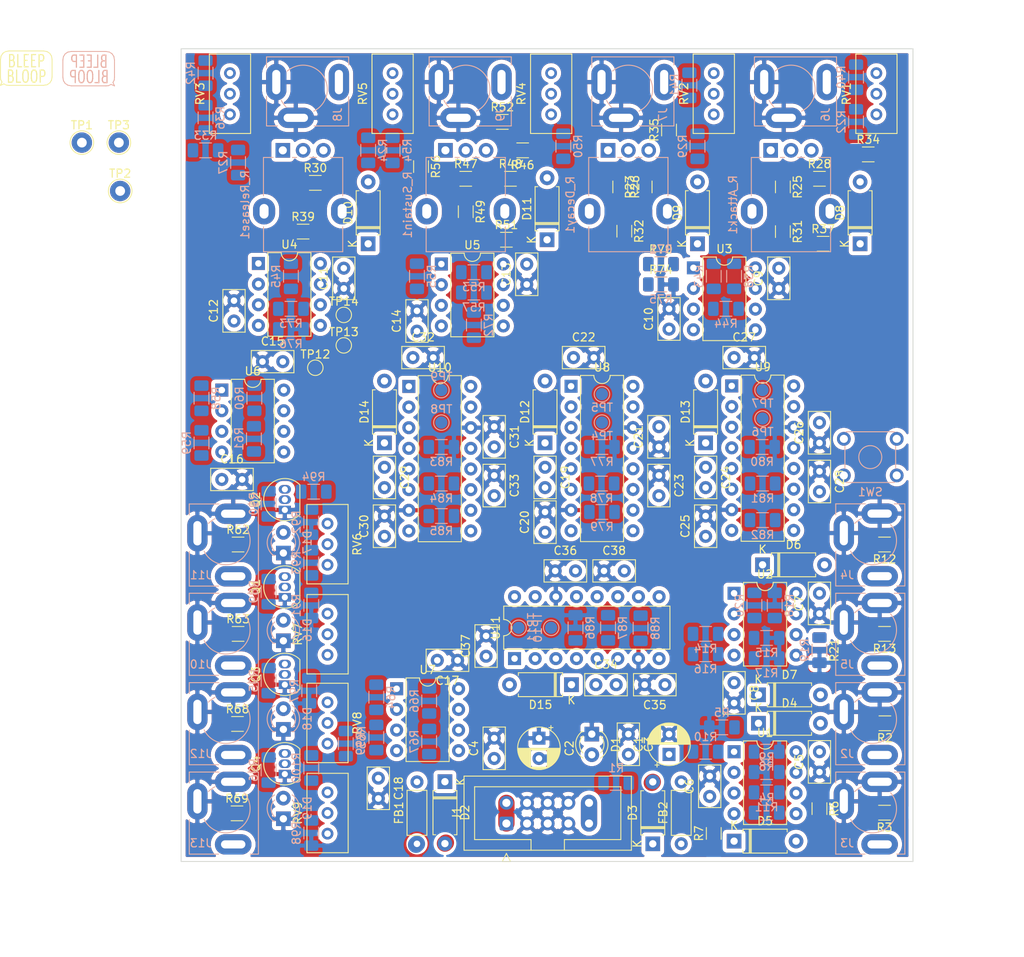
<source format=kicad_pcb>
(kicad_pcb (version 20171130) (host pcbnew "(5.1.10)-1")
  (layers (0 F.Cu signal) (31 B.Cu signal) (34 B.Paste user) (35 F.Paste user) (36 B.SilkS user) (37 F.SilkS user) (38 B.Mask user) (39 F.Mask user) (44 Edge.Cuts user))
  (net 0 "")
  (net 1 GND)
  (net 2 +12V)
  (net 3 -12V)
  (net 4 "Net-(C25-Pad1)")
  (net 5 "Net-(D1-Pad2)")
  (net 6 "Net-(D2-Pad2)")
  (net 7 -12VA)
  (net 8 +12L)
  (net 9 "Net-(D3-Pad1)")
  (net 10 "Net-(D4-Pad2)")
  (net 11 "Net-(D4-Pad1)")
  (net 12 "Net-(D5-Pad2)")
  (net 13 "Net-(D5-Pad1)")
  (net 14 "Net-(D6-Pad2)")
  (net 15 "Net-(D6-Pad1)")
  (net 16 "Net-(D7-Pad2)")
  (net 17 "Net-(D7-Pad1)")
  (net 18 /EnvelopeGnerators/Gate_C)
  (net 19 /EnvelopeGnerators/Gate_A)
  (net 20 /EnvelopeGnerators/Gate_B)
  (net 21 /EnvelopeGnerators/Gate_D)
  (net 22 "Net-(J2-PadT)")
  (net 23 "Net-(J3-PadT)")
  (net 24 "Net-(J4-PadT)")
  (net 25 "Net-(J5-PadT)")
  (net 26 "Net-(J6-PadT)")
  (net 27 "Net-(J7-PadT)")
  (net 28 "Net-(J8-PadT)")
  (net 29 "Net-(J9-PadT)")
  (net 30 "Net-(J10-PadT)")
  (net 31 "Net-(J11-PadT)")
  (net 32 "Net-(J12-PadT)")
  (net 33 "Net-(J13-PadT)")
  (net 34 "Net-(R26-Pad1)")
  (net 35 "Net-(R27-Pad1)")
  (net 36 /EnvelopeGnerators/Release)
  (net 37 /EnvelopeGnerators/Attack)
  (net 38 /EnvelopeGnerators/Decay)
  (net 39 /EnvelopeGnerators/Sustain)
  (net 40 "Net-(R42-Pad1)")
  (net 41 "Net-(R55-Pad1)")
  (net 42 "Net-(R56-Pad1)")
  (net 43 /Outputs/ENVELOPE_A)
  (net 44 /Outputs/ENVELOPE_C)
  (net 45 "Net-(R58-Pad2)")
  (net 46 "Net-(R65-Pad1)")
  (net 47 /Outputs/ENVELOPE_B)
  (net 48 /Outputs/ENVELOPE_D)
  (net 49 "Net-(TP5-Pad1)")
  (net 50 "Net-(TP6-Pad1)")
  (net 51 "Net-(TP7-Pad1)")
  (net 52 "Net-(TP8-Pad1)")
  (net 53 "Net-(TP9-Pad1)")
  (net 54 "Net-(TP10-Pad1)")
  (net 55 "Net-(TP11-Pad1)")
  (net 56 "Net-(R22-Pad2)")
  (net 57 "Net-(R23-Pad2)")
  (net 58 "Net-(R24-Pad2)")
  (net 59 "Net-(R25-Pad2)")
  (net 60 "Net-(R26-Pad2)")
  (net 61 "Net-(R85-Pad2)")
  (net 62 "Net-(RV1-Pad2)")
  (net 63 "Net-(RV2-Pad2)")
  (net 64 "Net-(RV3-Pad2)")
  (net 65 "Net-(RV4-Pad2)")
  (net 66 "Net-(RV5-Pad2)")
  (net 67 "Net-(C27-Pad1)")
  (net 68 "Net-(C29-Pad1)")
  (net 69 "Net-(C30-Pad1)")
  (net 70 "Net-(C32-Pad1)")
  (net 71 "Net-(C34-Pad1)")
  (net 72 "Net-(C35-Pad1)")
  (net 73 "Net-(D8-Pad2)")
  (net 74 "Net-(D8-Pad1)")
  (net 75 "Net-(D9-Pad2)")
  (net 76 "Net-(D9-Pad1)")
  (net 77 "Net-(D10-Pad2)")
  (net 78 "Net-(D10-Pad1)")
  (net 79 "Net-(D11-Pad2)")
  (net 80 "Net-(D11-Pad1)")
  (net 81 "Net-(R27-Pad2)")
  (net 82 "Net-(R47-Pad1)")
  (net 83 "Net-(R52-Pad1)")
  (net 84 "Net-(R54-Pad2)")
  (net 85 "Net-(R58-Pad1)")
  (net 86 "Net-(R59-Pad2)")
  (net 87 "Net-(R59-Pad1)")
  (net 88 "Net-(R60-Pad1)")
  (net 89 "Net-(R61-Pad1)")
  (net 90 "Net-(R64-Pad1)")
  (net 91 "Net-(R79-Pad2)")
  (net 92 "Net-(R88-Pad2)")
  (net 93 "Net-(TP4-Pad1)")
  (net 94 "Net-(C19-Pad2)")
  (net 95 "Net-(C19-Pad1)")
  (net 96 "Net-(C20-Pad1)")
  (net 97 "Net-(C22-Pad1)")
  (net 98 "Net-(C24-Pad2)")
  (net 99 "Net-(C24-Pad1)")
  (net 100 "Net-(C29-Pad2)")
  (net 101 "Net-(C34-Pad2)")
  (net 102 "Net-(C37-Pad1)")
  (net 103 /Inputs/GateA-B/Gate_Switch_In)
  (net 104 "Net-(R10-Pad2)")
  (net 105 "Net-(R11-Pad2)")
  (net 106 "Net-(R18-Pad1)")
  (net 107 "Net-(R19-Pad1)")
  (net 108 "Net-(R25-Pad1)")
  (net 109 "Net-(R34-Pad2)")
  (net 110 "Net-(R35-Pad2)")
  (net 111 "Net-(R36-Pad2)")
  (net 112 "Net-(R37-Pad1)")
  (net 113 "Net-(R38-Pad1)")
  (net 114 "Net-(R39-Pad1)")
  (net 115 "Net-(R40-Pad1)")
  (net 116 "Net-(R41-Pad1)")
  (net 117 "Net-(R46-Pad2)")
  (net 118 "Net-(R47-Pad2)")
  (net 119 "Net-(R50-Pad2)")
  (net 120 "Net-(R51-Pad1)")
  (net 121 "Net-(R53-Pad1)")
  (net 122 "Net-(R64-Pad2)")
  (net 123 "Net-(R65-Pad2)")
  (net 124 "Net-(R66-Pad1)")
  (net 125 "Net-(R67-Pad1)")
  (net 126 /EnvelopeGnerators/AC3310_B/Attack)
  (net 127 /EnvelopeGnerators/AC3310_B/Decay)
  (net 128 /EnvelopeGnerators/AC3310_B/Sustain)
  (net 129 /EnvelopeGnerators/AC3310_B/Release)
  (net 130 "Net-(R78-Pad1)")
  (net 131 "Net-(R81-Pad1)")
  (net 132 "Net-(R82-Pad2)")
  (net 133 "Net-(R84-Pad1)")
  (net 134 "Net-(R87-Pad1)")
  (net 135 "Net-(TP12-Pad1)")
  (net 136 "Net-(TP13-Pad1)")
  (net 137 "Net-(TP14-Pad1)")
  (net 138 "Net-(D16-Pad2)")
  (net 139 "Net-(D17-Pad2)")
  (net 140 "Net-(D18-Pad2)")
  (net 141 "Net-(D19-Pad2)")
  (net 142 "Net-(Q1-Pad2)")
  (net 143 "Net-(Q2-Pad2)")
  (net 144 "Net-(Q3-Pad2)")
  (net 145 "Net-(Q4-Pad2)")
  (module "My Stuff:Potentiometer_Alpha_RD901F-40-00D_Single_Vertical_w_3d" (layer B.Cu) (at 192.5 42.5 270)
    (fp_text reference R_Sustain1 (at 6.71 4.64 270) (layer B.SilkS) (effects (justify mirror)))
    (fp_text value 100k)
    (pad "" thru_hole oval (at 7.5 2.3 180) (size 2.72 3.24) (drill oval 1.1 1.8) (layers *.Cu *.Mask))
    (pad "" thru_hole oval (at 7.5 -7.3 180) (size 2.72 3.24) (drill oval 1.1 1.8) (layers *.Cu *.Mask))
    (pad 3 thru_hole circle (at 0 -5 180) (size 1.8 1.8) (drill 1) (layers *.Cu *.Mask) (net 117 "Net-(R46-Pad2)"))
    (pad 2 thru_hole circle (at 0 -2.5 180) (size 1.8 1.8) (drill 1) (layers *.Cu *.Mask) (net 29 "Net-(J9-PadT)"))
    (pad 1 thru_hole rect (at 0 0 180) (size 1.8 1.8) (drill 1) (layers *.Cu *.Mask) (net 82 "Net-(R47-Pad1)"))
  )
  (module "My Stuff:Potentiometer_Alpha_RD901F-40-00D_Single_Vertical_w_3d" (layer B.Cu) (at 172.5 42.5 270)
    (fp_text reference R_Release1 (at 6.71 4.64 270) (layer B.SilkS) (effects (justify mirror)))
    (fp_text value 100k)
    (pad "" thru_hole oval (at 7.5 2.3 180) (size 2.72 3.24) (drill oval 1.1 1.8) (layers *.Cu *.Mask))
    (pad "" thru_hole oval (at 7.5 -7.3 180) (size 2.72 3.24) (drill oval 1.1 1.8) (layers *.Cu *.Mask))
    (pad 3 thru_hole circle (at 0 -5 180) (size 1.8 1.8) (drill 1) (layers *.Cu *.Mask) (net 58 "Net-(R24-Pad2)"))
    (pad 2 thru_hole circle (at 0 -2.5 180) (size 1.8 1.8) (drill 1) (layers *.Cu *.Mask) (net 28 "Net-(J8-PadT)"))
    (pad 1 thru_hole rect (at 0 0 180) (size 1.8 1.8) (drill 1) (layers *.Cu *.Mask) (net 35 "Net-(R27-Pad1)"))
  )
  (module "My Stuff:Potentiometer_Alpha_RD901F-40-00D_Single_Vertical_w_3d" (layer B.Cu) (at 212.5 42.5 270)
    (fp_text reference R_Decay1 (at 6.71 4.64 270) (layer B.SilkS) (effects (justify mirror)))
    (fp_text value 100k)
    (pad "" thru_hole oval (at 7.5 2.3 180) (size 2.72 3.24) (drill oval 1.1 1.8) (layers *.Cu *.Mask))
    (pad "" thru_hole oval (at 7.5 -7.3 180) (size 2.72 3.24) (drill oval 1.1 1.8) (layers *.Cu *.Mask))
    (pad 3 thru_hole circle (at 0 -5 180) (size 1.8 1.8) (drill 1) (layers *.Cu *.Mask) (net 57 "Net-(R23-Pad2)"))
    (pad 2 thru_hole circle (at 0 -2.5 180) (size 1.8 1.8) (drill 1) (layers *.Cu *.Mask) (net 27 "Net-(J7-PadT)"))
    (pad 1 thru_hole rect (at 0 0 180) (size 1.8 1.8) (drill 1) (layers *.Cu *.Mask) (net 34 "Net-(R26-Pad1)"))
  )
  (module "My Stuff:Potentiometer_Alpha_RD901F-40-00D_Single_Vertical_w_3d" (layer B.Cu) (at 232.5 42.5 270)
    (fp_text reference R_Attack1 (at 6.71 4.64 270) (layer B.SilkS) (effects (justify mirror)))
    (fp_text value 100k)
    (pad "" thru_hole oval (at 7.5 2.3 180) (size 2.72 3.24) (drill oval 1.1 1.8) (layers *.Cu *.Mask))
    (pad "" thru_hole oval (at 7.5 -7.3 180) (size 2.72 3.24) (drill oval 1.1 1.8) (layers *.Cu *.Mask))
    (pad 3 thru_hole circle (at 0 -5 180) (size 1.8 1.8) (drill 1) (layers *.Cu *.Mask) (net 56 "Net-(R22-Pad2)"))
    (pad 2 thru_hole circle (at 0 -2.5 180) (size 1.8 1.8) (drill 1) (layers *.Cu *.Mask) (net 26 "Net-(J6-PadT)"))
    (pad 1 thru_hole rect (at 0 0 180) (size 1.8 1.8) (drill 1) (layers *.Cu *.Mask) (net 108 "Net-(R25-Pad1)"))
  )
  (module Resistor_SMD:R_1206_3216Metric_Pad1.30x1.75mm_HandSolder (layer B.Cu) (at 176 118.5 270)
    (fp_text reference R100 (at 0 1.82 270) (layer B.SilkS) (effects (justify mirror)))
    (fp_text value 3.3k)
    (pad 2 smd roundrect (at 1.55 0 270) (size 1.3 1.75) (layers B.Cu B.Paste B.Mask) (roundrect_rratio 0.192308) (net 141 "Net-(D19-Pad2)"))
    (pad 1 smd roundrect (at -1.55 0 270) (size 1.3 1.75) (layers B.Cu B.Paste B.Mask) (roundrect_rratio 0.192308) (net 2 +12V))
  )
  (module Resistor_SMD:R_1206_3216Metric_Pad1.30x1.75mm_HandSolder (layer B.Cu) (at 180.25 115.5 90)
    (fp_text reference R99 (at 0 1.82 270) (layer B.SilkS) (effects (justify mirror)))
    (fp_text value 3.3k)
    (pad 2 smd roundrect (at 1.55 0 90) (size 1.3 1.75) (layers B.Cu B.Paste B.Mask) (roundrect_rratio 0.192308) (net 140 "Net-(D18-Pad2)"))
    (pad 1 smd roundrect (at -1.55 0 90) (size 1.3 1.75) (layers B.Cu B.Paste B.Mask) (roundrect_rratio 0.192308) (net 2 +12V))
  )
  (module Resistor_SMD:R_1206_3216Metric_Pad1.30x1.75mm_HandSolder (layer B.Cu) (at 176 126.5 270)
    (fp_text reference R98 (at 0 1.82 90) (layer B.SilkS) (effects (justify mirror)))
    (fp_text value 22k)
    (pad 2 smd roundrect (at 1.55 0 270) (size 1.3 1.75) (layers B.Cu B.Paste B.Mask) (roundrect_rratio 0.192308) (net 1 GND))
    (pad 1 smd roundrect (at -1.55 0 270) (size 1.3 1.75) (layers B.Cu B.Paste B.Mask) (roundrect_rratio 0.192308) (net 145 "Net-(Q4-Pad2)"))
  )
  (module Resistor_SMD:R_1206_3216Metric_Pad1.30x1.75mm_HandSolder (layer B.Cu) (at 175.75 109 270)
    (fp_text reference R97 (at 0 1.82 270) (layer B.SilkS) (effects (justify mirror)))
    (fp_text value 22k)
    (pad 2 smd roundrect (at 1.55 0 270) (size 1.3 1.75) (layers B.Cu B.Paste B.Mask) (roundrect_rratio 0.192308) (net 1 GND))
    (pad 1 smd roundrect (at -1.55 0 270) (size 1.3 1.75) (layers B.Cu B.Paste B.Mask) (roundrect_rratio 0.192308) (net 144 "Net-(Q3-Pad2)"))
  )
  (module Resistor_SMD:R_1206_3216Metric_Pad1.30x1.75mm_HandSolder (layer B.Cu) (at 170.75 118.75 270)
    (fp_text reference R96 (at 0 1.82 90) (layer B.SilkS) (effects (justify mirror)))
    (fp_text value 100k)
    (pad 2 smd roundrect (at 1.55 0 270) (size 1.3 1.75) (layers B.Cu B.Paste B.Mask) (roundrect_rratio 0.192308) (net 125 "Net-(R67-Pad1)"))
    (pad 1 smd roundrect (at -1.55 0 270) (size 1.3 1.75) (layers B.Cu B.Paste B.Mask) (roundrect_rratio 0.192308) (net 145 "Net-(Q4-Pad2)"))
  )
  (module Resistor_SMD:R_1206_3216Metric_Pad1.30x1.75mm_HandSolder (layer B.Cu) (at 170.75 107.75 270)
    (fp_text reference R95 (at 0 1.82 270) (layer B.SilkS) (effects (justify mirror)))
    (fp_text value 100k)
    (pad 2 smd roundrect (at 1.55 0 270) (size 1.3 1.75) (layers B.Cu B.Paste B.Mask) (roundrect_rratio 0.192308) (net 124 "Net-(R66-Pad1)"))
    (pad 1 smd roundrect (at -1.55 0 270) (size 1.3 1.75) (layers B.Cu B.Paste B.Mask) (roundrect_rratio 0.192308) (net 144 "Net-(Q3-Pad2)"))
  )
  (module Resistor_SMD:R_1206_3216Metric_Pad1.30x1.75mm_HandSolder (layer B.Cu) (at 176.300001 84.5 180)
    (fp_text reference R94 (at 0 1.82) (layer B.SilkS) (effects (justify mirror)))
    (fp_text value 3.3k)
    (pad 2 smd roundrect (at 1.55 0 180) (size 1.3 1.75) (layers B.Cu B.Paste B.Mask) (roundrect_rratio 0.192308) (net 139 "Net-(D17-Pad2)"))
    (pad 1 smd roundrect (at -1.55 0 180) (size 1.3 1.75) (layers B.Cu B.Paste B.Mask) (roundrect_rratio 0.192308) (net 2 +12V))
  )
  (module Resistor_SMD:R_1206_3216Metric_Pad1.30x1.75mm_HandSolder (layer B.Cu) (at 176 93.25 270)
    (fp_text reference R93 (at 0 1.82 90) (layer B.SilkS) (effects (justify mirror)))
    (fp_text value 3.3k)
    (pad 2 smd roundrect (at 1.55 0 270) (size 1.3 1.75) (layers B.Cu B.Paste B.Mask) (roundrect_rratio 0.192308) (net 138 "Net-(D16-Pad2)"))
    (pad 1 smd roundrect (at -1.55 0 270) (size 1.3 1.75) (layers B.Cu B.Paste B.Mask) (roundrect_rratio 0.192308) (net 2 +12V))
  )
  (module Resistor_SMD:R_1206_3216Metric_Pad1.30x1.75mm_HandSolder (layer B.Cu) (at 176 88.25 270)
    (fp_text reference R92 (at 0 1.82 90) (layer B.SilkS) (effects (justify mirror)))
    (fp_text value 22k)
    (pad 2 smd roundrect (at 1.55 0 270) (size 1.3 1.75) (layers B.Cu B.Paste B.Mask) (roundrect_rratio 0.192308) (net 1 GND))
    (pad 1 smd roundrect (at -1.55 0 270) (size 1.3 1.75) (layers B.Cu B.Paste B.Mask) (roundrect_rratio 0.192308) (net 143 "Net-(Q2-Pad2)"))
  )
  (module Resistor_SMD:R_1206_3216Metric_Pad1.30x1.75mm_HandSolder (layer B.Cu) (at 176 98.5 270)
    (fp_text reference R91 (at 0 1.82 270) (layer B.SilkS) (effects (justify mirror)))
    (fp_text value 22k)
    (pad 2 smd roundrect (at 1.55 0 270) (size 1.3 1.75) (layers B.Cu B.Paste B.Mask) (roundrect_rratio 0.192308) (net 1 GND))
    (pad 1 smd roundrect (at -1.55 0 270) (size 1.3 1.75) (layers B.Cu B.Paste B.Mask) (roundrect_rratio 0.192308) (net 142 "Net-(Q1-Pad2)"))
  )
  (module Resistor_SMD:R_1206_3216Metric_Pad1.30x1.75mm_HandSolder (layer B.Cu) (at 170.75 86 270)
    (fp_text reference R90 (at 0 1.82 270) (layer B.SilkS) (effects (justify mirror)))
    (fp_text value 100k)
    (pad 2 smd roundrect (at 1.55 0 270) (size 1.3 1.75) (layers B.Cu B.Paste B.Mask) (roundrect_rratio 0.192308) (net 88 "Net-(R60-Pad1)"))
    (pad 1 smd roundrect (at -1.55 0 270) (size 1.3 1.75) (layers B.Cu B.Paste B.Mask) (roundrect_rratio 0.192308) (net 143 "Net-(Q2-Pad2)"))
  )
  (module Resistor_SMD:R_1206_3216Metric_Pad1.30x1.75mm_HandSolder (layer B.Cu) (at 170.75 96.8 270)
    (fp_text reference R89 (at 0 1.82 270) (layer B.SilkS) (effects (justify mirror)))
    (fp_text value 100k)
    (pad 2 smd roundrect (at 1.55 0 270) (size 1.3 1.75) (layers B.Cu B.Paste B.Mask) (roundrect_rratio 0.192308) (net 89 "Net-(R61-Pad1)"))
    (pad 1 smd roundrect (at -1.55 0 270) (size 1.3 1.75) (layers B.Cu B.Paste B.Mask) (roundrect_rratio 0.192308) (net 142 "Net-(Q1-Pad2)"))
  )
  (module Package_TO_SOT_THT:TO-92_Inline (layer F.Cu) (at 172.75 119.25 90)
    (fp_text reference Q4 (at 1.27 -3.56 90) (layer F.SilkS))
    (fp_text value 2N3906)
    (pad 1 thru_hole rect (at 0 0 90) (size 1.05 1.5) (drill 0.75) (layers *.Cu *.Mask) (net 1 GND))
    (pad 3 thru_hole oval (at 2.54 0 90) (size 1.05 1.5) (drill 0.75) (layers *.Cu *.Mask) (net 141 "Net-(D19-Pad2)"))
    (pad 2 thru_hole oval (at 1.27 0 90) (size 1.05 1.5) (drill 0.75) (layers *.Cu *.Mask) (net 145 "Net-(Q4-Pad2)"))
  )
  (module Package_TO_SOT_THT:TO-92_Inline (layer F.Cu) (at 172.75 108.25 90)
    (fp_text reference Q3 (at 1.27 -3.56 90) (layer F.SilkS))
    (fp_text value 2N3906)
    (pad 1 thru_hole rect (at 0 0 90) (size 1.05 1.5) (drill 0.75) (layers *.Cu *.Mask) (net 1 GND))
    (pad 3 thru_hole oval (at 2.54 0 90) (size 1.05 1.5) (drill 0.75) (layers *.Cu *.Mask) (net 140 "Net-(D18-Pad2)"))
    (pad 2 thru_hole oval (at 1.27 0 90) (size 1.05 1.5) (drill 0.75) (layers *.Cu *.Mask) (net 144 "Net-(Q3-Pad2)"))
  )
  (module Package_TO_SOT_THT:TO-92_Inline (layer F.Cu) (at 172.75 86.75 90)
    (fp_text reference Q2 (at 1.27 -3.56 90) (layer F.SilkS))
    (fp_text value 2N3906)
    (pad 1 thru_hole rect (at 0 0 90) (size 1.05 1.5) (drill 0.75) (layers *.Cu *.Mask) (net 1 GND))
    (pad 3 thru_hole oval (at 2.54 0 90) (size 1.05 1.5) (drill 0.75) (layers *.Cu *.Mask) (net 139 "Net-(D17-Pad2)"))
    (pad 2 thru_hole oval (at 1.27 0 90) (size 1.05 1.5) (drill 0.75) (layers *.Cu *.Mask) (net 143 "Net-(Q2-Pad2)"))
  )
  (module Package_TO_SOT_THT:TO-92_Inline (layer F.Cu) (at 172.75 97.5 90)
    (fp_text reference Q1 (at 1.27 -3.56 90) (layer F.SilkS))
    (fp_text value 2N3906)
    (pad 1 thru_hole rect (at 0 0 90) (size 1.05 1.5) (drill 0.75) (layers *.Cu *.Mask) (net 1 GND))
    (pad 3 thru_hole oval (at 2.54 0 90) (size 1.05 1.5) (drill 0.75) (layers *.Cu *.Mask) (net 138 "Net-(D16-Pad2)"))
    (pad 2 thru_hole oval (at 1.27 0 90) (size 1.05 1.5) (drill 0.75) (layers *.Cu *.Mask) (net 142 "Net-(Q1-Pad2)"))
  )
  (module "My Stuff:LED_D3.0mm" (layer B.Cu) (at 172.57071 124.72929 90)
    (fp_text reference D19 (at 1.3 2.95 90) (layer B.SilkS) (effects (justify mirror)))
    (fp_text value LED_D)
    (pad 1 thru_hole rect (at -0.02 0 90) (size 1.8 1.8) (drill 0.9) (layers *.Cu *.Mask) (net 1 GND))
    (pad 2 thru_hole circle (at 2.52 0 90) (size 1.8 1.8) (drill 0.9) (layers *.Cu *.Mask) (net 141 "Net-(D19-Pad2)"))
  )
  (module "My Stuff:LED_D3.0mm" (layer B.Cu) (at 172.57071 113.729289 90)
    (fp_text reference D18 (at 1.3 2.95 90) (layer B.SilkS) (effects (justify mirror)))
    (fp_text value LED_C)
    (pad 1 thru_hole rect (at -0.02 0 90) (size 1.8 1.8) (drill 0.9) (layers *.Cu *.Mask) (net 1 GND))
    (pad 2 thru_hole circle (at 2.52 0 90) (size 1.8 1.8) (drill 0.9) (layers *.Cu *.Mask) (net 140 "Net-(D18-Pad2)"))
  )
  (module "My Stuff:LED_D3.0mm" (layer B.Cu) (at 172.57071 92.029289 90)
    (fp_text reference D17 (at 1.3 2.95 90) (layer B.SilkS) (effects (justify mirror)))
    (fp_text value LED_A)
    (pad 1 thru_hole rect (at -0.02 0 90) (size 1.8 1.8) (drill 0.9) (layers *.Cu *.Mask) (net 1 GND))
    (pad 2 thru_hole circle (at 2.52 0 90) (size 1.8 1.8) (drill 0.9) (layers *.Cu *.Mask) (net 139 "Net-(D17-Pad2)"))
  )
  (module "My Stuff:LED_D3.0mm" (layer B.Cu) (at 172.57071 102.829289 90)
    (fp_text reference D16 (at 1.3 2.95 90) (layer B.SilkS) (effects (justify mirror)))
    (fp_text value LED_B)
    (pad 1 thru_hole rect (at -0.02 0 90) (size 1.8 1.8) (drill 0.9) (layers *.Cu *.Mask) (net 1 GND))
    (pad 2 thru_hole circle (at 2.52 0 90) (size 1.8 1.8) (drill 0.9) (layers *.Cu *.Mask) (net 138 "Net-(D16-Pad2)"))
  )
  (module Package_DIP:DIP-16_W7.62mm (layer F.Cu) (at 201 105.039775 90)
    (fp_text reference U11 (at 3.81 -2.33 90) (layer F.SilkS))
    (fp_text value AS3310)
    (pad 16 thru_hole oval (at 7.62 0 90) (size 1.6 1.6) (drill 0.8) (layers *.Cu *.Mask) (net 55 "Net-(TP11-Pad1)"))
    (pad 8 thru_hole oval (at 0 17.78 90) (size 1.6 1.6) (drill 0.8) (layers *.Cu *.Mask) (net 72 "Net-(C35-Pad1)"))
    (pad 15 thru_hole oval (at 7.62 2.54 90) (size 1.6 1.6) (drill 0.8) (layers *.Cu *.Mask) (net 126 /EnvelopeGnerators/AC3310_B/Attack))
    (pad 7 thru_hole oval (at 0 15.24 90) (size 1.6 1.6) (drill 0.8) (layers *.Cu *.Mask) (net 1 GND))
    (pad 14 thru_hole oval (at 7.62 5.08 90) (size 1.6 1.6) (drill 0.8) (layers *.Cu *.Mask) (net 1 GND))
    (pad 6 thru_hole oval (at 0 12.7 90) (size 1.6 1.6) (drill 0.8) (layers *.Cu *.Mask) (net 134 "Net-(R87-Pad1)"))
    (pad 13 thru_hole oval (at 7.62 7.62 90) (size 1.6 1.6) (drill 0.8) (layers *.Cu *.Mask) (net 129 /EnvelopeGnerators/AC3310_B/Release))
    (pad 5 thru_hole oval (at 0 10.16 90) (size 1.6 1.6) (drill 0.8) (layers *.Cu *.Mask) (net 101 "Net-(C34-Pad2)"))
    (pad 12 thru_hole oval (at 7.62 10.16 90) (size 1.6 1.6) (drill 0.8) (layers *.Cu *.Mask) (net 127 /EnvelopeGnerators/AC3310_B/Decay))
    (pad 4 thru_hole oval (at 0 7.62 90) (size 1.6 1.6) (drill 0.8) (layers *.Cu *.Mask) (net 71 "Net-(C34-Pad1)"))
    (pad 11 thru_hole oval (at 7.62 12.7 90) (size 1.6 1.6) (drill 0.8) (layers *.Cu *.Mask) (net 2 +12V))
    (pad 3 thru_hole oval (at 0 5.08 90) (size 1.6 1.6) (drill 0.8) (layers *.Cu *.Mask) (net 54 "Net-(TP10-Pad1)"))
    (pad 10 thru_hole oval (at 7.62 15.24 90) (size 1.6 1.6) (drill 0.8) (layers *.Cu *.Mask) (net 92 "Net-(R88-Pad2)"))
    (pad 2 thru_hole oval (at 0 2.54 90) (size 1.6 1.6) (drill 0.8) (layers *.Cu *.Mask) (net 48 /Outputs/ENVELOPE_D))
    (pad 9 thru_hole oval (at 7.62 17.78 90) (size 1.6 1.6) (drill 0.8) (layers *.Cu *.Mask) (net 128 /EnvelopeGnerators/AC3310_B/Sustain))
    (pad 1 thru_hole rect (at 0 0 90) (size 1.6 1.6) (drill 0.8) (layers *.Cu *.Mask) (net 102 "Net-(C37-Pad1)"))
  )
  (module Package_DIP:DIP-16_W7.62mm (layer F.Cu) (at 188 71.55)
    (fp_text reference U10 (at 3.81 -2.33) (layer F.SilkS))
    (fp_text value AS3310)
    (pad 16 thru_hole oval (at 7.62 0) (size 1.6 1.6) (drill 0.8) (layers *.Cu *.Mask) (net 53 "Net-(TP9-Pad1)"))
    (pad 8 thru_hole oval (at 0 17.78) (size 1.6 1.6) (drill 0.8) (layers *.Cu *.Mask) (net 69 "Net-(C30-Pad1)"))
    (pad 15 thru_hole oval (at 7.62 2.54) (size 1.6 1.6) (drill 0.8) (layers *.Cu *.Mask) (net 126 /EnvelopeGnerators/AC3310_B/Attack))
    (pad 7 thru_hole oval (at 0 15.24) (size 1.6 1.6) (drill 0.8) (layers *.Cu *.Mask) (net 1 GND))
    (pad 14 thru_hole oval (at 7.62 5.08) (size 1.6 1.6) (drill 0.8) (layers *.Cu *.Mask) (net 1 GND))
    (pad 6 thru_hole oval (at 0 12.7) (size 1.6 1.6) (drill 0.8) (layers *.Cu *.Mask) (net 133 "Net-(R84-Pad1)"))
    (pad 13 thru_hole oval (at 7.62 7.62) (size 1.6 1.6) (drill 0.8) (layers *.Cu *.Mask) (net 129 /EnvelopeGnerators/AC3310_B/Release))
    (pad 5 thru_hole oval (at 0 10.16) (size 1.6 1.6) (drill 0.8) (layers *.Cu *.Mask) (net 100 "Net-(C29-Pad2)"))
    (pad 12 thru_hole oval (at 7.62 10.16) (size 1.6 1.6) (drill 0.8) (layers *.Cu *.Mask) (net 127 /EnvelopeGnerators/AC3310_B/Decay))
    (pad 4 thru_hole oval (at 0 7.62) (size 1.6 1.6) (drill 0.8) (layers *.Cu *.Mask) (net 68 "Net-(C29-Pad1)"))
    (pad 11 thru_hole oval (at 7.62 12.7) (size 1.6 1.6) (drill 0.8) (layers *.Cu *.Mask) (net 2 +12V))
    (pad 3 thru_hole oval (at 0 5.08) (size 1.6 1.6) (drill 0.8) (layers *.Cu *.Mask) (net 52 "Net-(TP8-Pad1)"))
    (pad 10 thru_hole oval (at 7.62 15.24) (size 1.6 1.6) (drill 0.8) (layers *.Cu *.Mask) (net 61 "Net-(R85-Pad2)"))
    (pad 2 thru_hole oval (at 0 2.54) (size 1.6 1.6) (drill 0.8) (layers *.Cu *.Mask) (net 44 /Outputs/ENVELOPE_C))
    (pad 9 thru_hole oval (at 7.62 17.78) (size 1.6 1.6) (drill 0.8) (layers *.Cu *.Mask) (net 128 /EnvelopeGnerators/AC3310_B/Sustain))
    (pad 1 thru_hole rect (at 0 0) (size 1.6 1.6) (drill 0.8) (layers *.Cu *.Mask) (net 70 "Net-(C32-Pad1)"))
  )
  (module Package_DIP:DIP-16_W7.62mm (layer F.Cu) (at 227.710225 71.49)
    (fp_text reference U9 (at 3.81 -2.33) (layer F.SilkS))
    (fp_text value AS3310)
    (pad 16 thru_hole oval (at 7.62 0) (size 1.6 1.6) (drill 0.8) (layers *.Cu *.Mask) (net 51 "Net-(TP7-Pad1)"))
    (pad 8 thru_hole oval (at 0 17.78) (size 1.6 1.6) (drill 0.8) (layers *.Cu *.Mask) (net 4 "Net-(C25-Pad1)"))
    (pad 15 thru_hole oval (at 7.62 2.54) (size 1.6 1.6) (drill 0.8) (layers *.Cu *.Mask) (net 126 /EnvelopeGnerators/AC3310_B/Attack))
    (pad 7 thru_hole oval (at 0 15.24) (size 1.6 1.6) (drill 0.8) (layers *.Cu *.Mask) (net 1 GND))
    (pad 14 thru_hole oval (at 7.62 5.08) (size 1.6 1.6) (drill 0.8) (layers *.Cu *.Mask) (net 1 GND))
    (pad 6 thru_hole oval (at 0 12.7) (size 1.6 1.6) (drill 0.8) (layers *.Cu *.Mask) (net 131 "Net-(R81-Pad1)"))
    (pad 13 thru_hole oval (at 7.62 7.62) (size 1.6 1.6) (drill 0.8) (layers *.Cu *.Mask) (net 129 /EnvelopeGnerators/AC3310_B/Release))
    (pad 5 thru_hole oval (at 0 10.16) (size 1.6 1.6) (drill 0.8) (layers *.Cu *.Mask) (net 98 "Net-(C24-Pad2)"))
    (pad 12 thru_hole oval (at 7.62 10.16) (size 1.6 1.6) (drill 0.8) (layers *.Cu *.Mask) (net 127 /EnvelopeGnerators/AC3310_B/Decay))
    (pad 4 thru_hole oval (at 0 7.62) (size 1.6 1.6) (drill 0.8) (layers *.Cu *.Mask) (net 99 "Net-(C24-Pad1)"))
    (pad 11 thru_hole oval (at 7.62 12.7) (size 1.6 1.6) (drill 0.8) (layers *.Cu *.Mask) (net 2 +12V))
    (pad 3 thru_hole oval (at 0 5.08) (size 1.6 1.6) (drill 0.8) (layers *.Cu *.Mask) (net 50 "Net-(TP6-Pad1)"))
    (pad 10 thru_hole oval (at 7.62 15.24) (size 1.6 1.6) (drill 0.8) (layers *.Cu *.Mask) (net 132 "Net-(R82-Pad2)"))
    (pad 2 thru_hole oval (at 0 2.54) (size 1.6 1.6) (drill 0.8) (layers *.Cu *.Mask) (net 47 /Outputs/ENVELOPE_B))
    (pad 9 thru_hole oval (at 7.62 17.78) (size 1.6 1.6) (drill 0.8) (layers *.Cu *.Mask) (net 128 /EnvelopeGnerators/AC3310_B/Sustain))
    (pad 1 thru_hole rect (at 0 0) (size 1.6 1.6) (drill 0.8) (layers *.Cu *.Mask) (net 67 "Net-(C27-Pad1)"))
  )
  (module Package_DIP:DIP-16_W7.62mm (layer F.Cu) (at 207.950225 71.53)
    (fp_text reference U8 (at 3.81 -2.33) (layer F.SilkS))
    (fp_text value AS3310)
    (pad 16 thru_hole oval (at 7.62 0) (size 1.6 1.6) (drill 0.8) (layers *.Cu *.Mask) (net 49 "Net-(TP5-Pad1)"))
    (pad 8 thru_hole oval (at 0 17.78) (size 1.6 1.6) (drill 0.8) (layers *.Cu *.Mask) (net 96 "Net-(C20-Pad1)"))
    (pad 15 thru_hole oval (at 7.62 2.54) (size 1.6 1.6) (drill 0.8) (layers *.Cu *.Mask) (net 126 /EnvelopeGnerators/AC3310_B/Attack))
    (pad 7 thru_hole oval (at 0 15.24) (size 1.6 1.6) (drill 0.8) (layers *.Cu *.Mask) (net 1 GND))
    (pad 14 thru_hole oval (at 7.62 5.08) (size 1.6 1.6) (drill 0.8) (layers *.Cu *.Mask) (net 1 GND))
    (pad 6 thru_hole oval (at 0 12.7) (size 1.6 1.6) (drill 0.8) (layers *.Cu *.Mask) (net 130 "Net-(R78-Pad1)"))
    (pad 13 thru_hole oval (at 7.62 7.62) (size 1.6 1.6) (drill 0.8) (layers *.Cu *.Mask) (net 129 /EnvelopeGnerators/AC3310_B/Release))
    (pad 5 thru_hole oval (at 0 10.16) (size 1.6 1.6) (drill 0.8) (layers *.Cu *.Mask) (net 94 "Net-(C19-Pad2)"))
    (pad 12 thru_hole oval (at 7.62 10.16) (size 1.6 1.6) (drill 0.8) (layers *.Cu *.Mask) (net 127 /EnvelopeGnerators/AC3310_B/Decay))
    (pad 4 thru_hole oval (at 0 7.62) (size 1.6 1.6) (drill 0.8) (layers *.Cu *.Mask) (net 95 "Net-(C19-Pad1)"))
    (pad 11 thru_hole oval (at 7.62 12.7) (size 1.6 1.6) (drill 0.8) (layers *.Cu *.Mask) (net 2 +12V))
    (pad 3 thru_hole oval (at 0 5.08) (size 1.6 1.6) (drill 0.8) (layers *.Cu *.Mask) (net 93 "Net-(TP4-Pad1)"))
    (pad 10 thru_hole oval (at 7.62 15.24) (size 1.6 1.6) (drill 0.8) (layers *.Cu *.Mask) (net 91 "Net-(R79-Pad2)"))
    (pad 2 thru_hole oval (at 0 2.54) (size 1.6 1.6) (drill 0.8) (layers *.Cu *.Mask) (net 43 /Outputs/ENVELOPE_A))
    (pad 9 thru_hole oval (at 7.62 17.78) (size 1.6 1.6) (drill 0.8) (layers *.Cu *.Mask) (net 128 /EnvelopeGnerators/AC3310_B/Sustain))
    (pad 1 thru_hole rect (at 0 0) (size 1.6 1.6) (drill 0.8) (layers *.Cu *.Mask) (net 97 "Net-(C22-Pad1)"))
  )
  (module Package_DIP:DIP-8_W7.62mm (layer F.Cu) (at 186.5 108.75)
    (fp_text reference U7 (at 3.81 -2.33) (layer F.SilkS))
    (fp_text value TL072)
    (pad 8 thru_hole oval (at 7.62 0) (size 1.6 1.6) (drill 0.8) (layers *.Cu *.Mask) (net 2 +12V))
    (pad 4 thru_hole oval (at 0 7.62) (size 1.6 1.6) (drill 0.8) (layers *.Cu *.Mask) (net 3 -12V))
    (pad 7 thru_hole oval (at 7.62 2.54) (size 1.6 1.6) (drill 0.8) (layers *.Cu *.Mask) (net 125 "Net-(R67-Pad1)"))
    (pad 3 thru_hole oval (at 0 5.08) (size 1.6 1.6) (drill 0.8) (layers *.Cu *.Mask) (net 44 /Outputs/ENVELOPE_C))
    (pad 6 thru_hole oval (at 7.62 5.08) (size 1.6 1.6) (drill 0.8) (layers *.Cu *.Mask) (net 46 "Net-(R65-Pad1)"))
    (pad 2 thru_hole oval (at 0 2.54) (size 1.6 1.6) (drill 0.8) (layers *.Cu *.Mask) (net 90 "Net-(R64-Pad1)"))
    (pad 5 thru_hole oval (at 7.62 7.62) (size 1.6 1.6) (drill 0.8) (layers *.Cu *.Mask) (net 48 /Outputs/ENVELOPE_D))
    (pad 1 thru_hole rect (at 0 0) (size 1.6 1.6) (drill 0.8) (layers *.Cu *.Mask) (net 124 "Net-(R66-Pad1)"))
  )
  (module Package_DIP:DIP-8_W7.62mm (layer F.Cu) (at 165 72)
    (fp_text reference U6 (at 3.81 -2.33) (layer F.SilkS))
    (fp_text value TL072)
    (pad 8 thru_hole oval (at 7.62 0) (size 1.6 1.6) (drill 0.8) (layers *.Cu *.Mask) (net 2 +12V))
    (pad 4 thru_hole oval (at 0 7.62) (size 1.6 1.6) (drill 0.8) (layers *.Cu *.Mask) (net 3 -12V))
    (pad 7 thru_hole oval (at 7.62 2.54) (size 1.6 1.6) (drill 0.8) (layers *.Cu *.Mask) (net 89 "Net-(R61-Pad1)"))
    (pad 3 thru_hole oval (at 0 5.08) (size 1.6 1.6) (drill 0.8) (layers *.Cu *.Mask) (net 43 /Outputs/ENVELOPE_A))
    (pad 6 thru_hole oval (at 7.62 5.08) (size 1.6 1.6) (drill 0.8) (layers *.Cu *.Mask) (net 87 "Net-(R59-Pad1)"))
    (pad 2 thru_hole oval (at 0 2.54) (size 1.6 1.6) (drill 0.8) (layers *.Cu *.Mask) (net 85 "Net-(R58-Pad1)"))
    (pad 5 thru_hole oval (at 7.62 7.62) (size 1.6 1.6) (drill 0.8) (layers *.Cu *.Mask) (net 47 /Outputs/ENVELOPE_B))
    (pad 1 thru_hole rect (at 0 0) (size 1.6 1.6) (drill 0.8) (layers *.Cu *.Mask) (net 88 "Net-(R60-Pad1)"))
  )
  (module Package_DIP:DIP-8_W7.62mm (layer F.Cu) (at 192.000225 56.49)
    (fp_text reference U5 (at 3.81 -2.33) (layer F.SilkS))
    (fp_text value LM358)
    (pad 8 thru_hole oval (at 7.62 0) (size 1.6 1.6) (drill 0.8) (layers *.Cu *.Mask) (net 2 +12V))
    (pad 4 thru_hole oval (at 0 7.62) (size 1.6 1.6) (drill 0.8) (layers *.Cu *.Mask) (net 3 -12V))
    (pad 7 thru_hole oval (at 7.62 2.54) (size 1.6 1.6) (drill 0.8) (layers *.Cu *.Mask) (net 39 /EnvelopeGnerators/Sustain))
    (pad 3 thru_hole oval (at 0 5.08) (size 1.6 1.6) (drill 0.8) (layers *.Cu *.Mask) (net 65 "Net-(RV4-Pad2)"))
    (pad 6 thru_hole oval (at 7.62 5.08) (size 1.6 1.6) (drill 0.8) (layers *.Cu *.Mask) (net 41 "Net-(R55-Pad1)"))
    (pad 2 thru_hole oval (at 0 2.54) (size 1.6 1.6) (drill 0.8) (layers *.Cu *.Mask) (net 120 "Net-(R51-Pad1)"))
    (pad 5 thru_hole oval (at 7.62 7.62) (size 1.6 1.6) (drill 0.8) (layers *.Cu *.Mask) (net 66 "Net-(RV5-Pad2)"))
    (pad 1 thru_hole rect (at 0 0) (size 1.6 1.6) (drill 0.8) (layers *.Cu *.Mask) (net 121 "Net-(R53-Pad1)"))
  )
  (module Package_DIP:DIP-8_W7.62mm (layer F.Cu) (at 169.500225 56.42)
    (fp_text reference U4 (at 3.81 -2.33) (layer F.SilkS))
    (fp_text value LM358)
    (pad 8 thru_hole oval (at 7.62 0) (size 1.6 1.6) (drill 0.8) (layers *.Cu *.Mask) (net 2 +12V))
    (pad 4 thru_hole oval (at 0 7.62) (size 1.6 1.6) (drill 0.8) (layers *.Cu *.Mask) (net 3 -12V))
    (pad 7 thru_hole oval (at 7.62 2.54) (size 1.6 1.6) (drill 0.8) (layers *.Cu *.Mask) (net 137 "Net-(TP14-Pad1)"))
    (pad 3 thru_hole oval (at 0 5.08) (size 1.6 1.6) (drill 0.8) (layers *.Cu *.Mask) (net 64 "Net-(RV3-Pad2)"))
    (pad 6 thru_hole oval (at 7.62 5.08) (size 1.6 1.6) (drill 0.8) (layers *.Cu *.Mask) (net 136 "Net-(TP13-Pad1)"))
    (pad 2 thru_hole oval (at 0 2.54) (size 1.6 1.6) (drill 0.8) (layers *.Cu *.Mask) (net 114 "Net-(R39-Pad1)"))
    (pad 5 thru_hole oval (at 7.62 7.62) (size 1.6 1.6) (drill 0.8) (layers *.Cu *.Mask) (net 135 "Net-(TP12-Pad1)"))
    (pad 1 thru_hole rect (at 0 0) (size 1.6 1.6) (drill 0.8) (layers *.Cu *.Mask) (net 36 /EnvelopeGnerators/Release))
  )
  (module Package_DIP:DIP-8_W7.62mm (layer F.Cu) (at 223 56.96)
    (fp_text reference U3 (at 3.81 -2.33) (layer F.SilkS))
    (fp_text value LM358)
    (pad 8 thru_hole oval (at 7.62 0) (size 1.6 1.6) (drill 0.8) (layers *.Cu *.Mask) (net 2 +12V))
    (pad 4 thru_hole oval (at 0 7.62) (size 1.6 1.6) (drill 0.8) (layers *.Cu *.Mask) (net 3 -12V))
    (pad 7 thru_hole oval (at 7.62 2.54) (size 1.6 1.6) (drill 0.8) (layers *.Cu *.Mask) (net 38 /EnvelopeGnerators/Decay))
    (pad 3 thru_hole oval (at 0 5.08) (size 1.6 1.6) (drill 0.8) (layers *.Cu *.Mask) (net 62 "Net-(RV1-Pad2)"))
    (pad 6 thru_hole oval (at 7.62 5.08) (size 1.6 1.6) (drill 0.8) (layers *.Cu *.Mask) (net 113 "Net-(R38-Pad1)"))
    (pad 2 thru_hole oval (at 0 2.54) (size 1.6 1.6) (drill 0.8) (layers *.Cu *.Mask) (net 112 "Net-(R37-Pad1)"))
    (pad 5 thru_hole oval (at 7.62 7.62) (size 1.6 1.6) (drill 0.8) (layers *.Cu *.Mask) (net 63 "Net-(RV2-Pad2)"))
    (pad 1 thru_hole rect (at 0 0) (size 1.6 1.6) (drill 0.8) (layers *.Cu *.Mask) (net 37 /EnvelopeGnerators/Attack))
  )
  (module Package_DIP:DIP-8_W7.62mm (layer F.Cu) (at 228 97)
    (fp_text reference U2 (at 3.81 -2.33) (layer F.SilkS))
    (fp_text value LM358)
    (pad 8 thru_hole oval (at 7.62 0) (size 1.6 1.6) (drill 0.8) (layers *.Cu *.Mask) (net 2 +12V))
    (pad 4 thru_hole oval (at 0 7.62) (size 1.6 1.6) (drill 0.8) (layers *.Cu *.Mask) (net 3 -12V))
    (pad 7 thru_hole oval (at 7.62 2.54) (size 1.6 1.6) (drill 0.8) (layers *.Cu *.Mask) (net 20 /EnvelopeGnerators/Gate_B))
    (pad 3 thru_hole oval (at 0 5.08) (size 1.6 1.6) (drill 0.8) (layers *.Cu *.Mask) (net 15 "Net-(D6-Pad1)"))
    (pad 6 thru_hole oval (at 7.62 5.08) (size 1.6 1.6) (drill 0.8) (layers *.Cu *.Mask) (net 107 "Net-(R19-Pad1)"))
    (pad 2 thru_hole oval (at 0 2.54) (size 1.6 1.6) (drill 0.8) (layers *.Cu *.Mask) (net 106 "Net-(R18-Pad1)"))
    (pad 5 thru_hole oval (at 7.62 7.62) (size 1.6 1.6) (drill 0.8) (layers *.Cu *.Mask) (net 17 "Net-(D7-Pad1)"))
    (pad 1 thru_hole rect (at 0 0) (size 1.6 1.6) (drill 0.8) (layers *.Cu *.Mask) (net 19 /EnvelopeGnerators/Gate_A))
  )
  (module Package_DIP:DIP-8_W7.62mm (layer F.Cu) (at 228 116.5)
    (fp_text reference U1 (at 3.81 -2.33) (layer F.SilkS))
    (fp_text value LM358)
    (pad 8 thru_hole oval (at 7.62 0) (size 1.6 1.6) (drill 0.8) (layers *.Cu *.Mask) (net 2 +12V))
    (pad 4 thru_hole oval (at 0 7.62) (size 1.6 1.6) (drill 0.8) (layers *.Cu *.Mask) (net 3 -12V))
    (pad 7 thru_hole oval (at 7.62 2.54) (size 1.6 1.6) (drill 0.8) (layers *.Cu *.Mask) (net 21 /EnvelopeGnerators/Gate_D))
    (pad 3 thru_hole oval (at 0 5.08) (size 1.6 1.6) (drill 0.8) (layers *.Cu *.Mask) (net 11 "Net-(D4-Pad1)"))
    (pad 6 thru_hole oval (at 7.62 5.08) (size 1.6 1.6) (drill 0.8) (layers *.Cu *.Mask) (net 105 "Net-(R11-Pad2)"))
    (pad 2 thru_hole oval (at 0 2.54) (size 1.6 1.6) (drill 0.8) (layers *.Cu *.Mask) (net 104 "Net-(R10-Pad2)"))
    (pad 5 thru_hole oval (at 7.62 7.62) (size 1.6 1.6) (drill 0.8) (layers *.Cu *.Mask) (net 13 "Net-(D5-Pad1)"))
    (pad 1 thru_hole rect (at 0 0) (size 1.6 1.6) (drill 0.8) (layers *.Cu *.Mask) (net 18 /EnvelopeGnerators/Gate_C))
  )
  (module TestPoint:TestPoint_Pad_D1.5mm (layer F.Cu) (at 180 62.75)
    (fp_text reference TP14 (at 0 -1.648) (layer F.SilkS))
    (fp_text value U4_Out)
    (pad 1 smd circle (at 0 0) (size 1.5 1.5) (layers F.Cu F.Mask) (net 137 "Net-(TP14-Pad1)"))
  )
  (module TestPoint:TestPoint_Pad_D1.5mm (layer F.Cu) (at 180 66.5)
    (fp_text reference TP13 (at 0 -1.648) (layer F.SilkS))
    (fp_text value U4-)
    (pad 1 smd circle (at 0 0) (size 1.5 1.5) (layers F.Cu F.Mask) (net 136 "Net-(TP13-Pad1)"))
  )
  (module TestPoint:TestPoint_Pad_D1.5mm (layer F.Cu) (at 176.5 69.25)
    (fp_text reference TP12 (at 0 -1.648) (layer F.SilkS))
    (fp_text value U4+)
    (pad 1 smd circle (at 0 0) (size 1.5 1.5) (layers F.Cu F.Mask) (net 135 "Net-(TP12-Pad1)"))
  )
  (module TestPoint:TestPoint_Pad_D1.5mm (layer B.Cu) (at 201.5 101.25 90)
    (fp_text reference TP11 (at 0 1.648 -90) (layer B.SilkS) (effects (justify mirror)))
    (fp_text value ATKOUT_A)
    (pad 1 smd circle (at 0 0 90) (size 1.5 1.5) (layers B.Cu B.Mask) (net 55 "Net-(TP11-Pad1)"))
  )
  (module TestPoint:TestPoint_Pad_D1.5mm (layer B.Cu) (at 205.5 101.25 270)
    (fp_text reference TP10 (at 0 1.648 270) (layer B.SilkS) (effects (justify mirror)))
    (fp_text value VP_A)
    (pad 1 smd circle (at 0 0 270) (size 1.5 1.5) (layers B.Cu B.Mask) (net 54 "Net-(TP10-Pad1)"))
  )
  (module TestPoint:TestPoint_Pad_D1.5mm (layer B.Cu) (at 192 72 180)
    (fp_text reference TP9 (at 0 1.648) (layer B.SilkS) (effects (justify mirror)))
    (fp_text value ATKOUT_A)
    (pad 1 smd circle (at 0 0 180) (size 1.5 1.5) (layers B.Cu B.Mask) (net 53 "Net-(TP9-Pad1)"))
  )
  (module TestPoint:TestPoint_Pad_D1.5mm (layer B.Cu) (at 192 76 180)
    (fp_text reference TP8 (at 0 1.648) (layer B.SilkS) (effects (justify mirror)))
    (fp_text value VP_A)
    (pad 1 smd circle (at 0 0 180) (size 1.5 1.5) (layers B.Cu B.Mask) (net 52 "Net-(TP8-Pad1)"))
  )
  (module TestPoint:TestPoint_Pad_D1.5mm (layer B.Cu) (at 231.5 72)
    (fp_text reference TP7 (at 0 1.648) (layer B.SilkS) (effects (justify mirror)))
    (fp_text value ATKOUT_A)
    (pad 1 smd circle (at 0 0) (size 1.5 1.5) (layers B.Cu B.Mask) (net 51 "Net-(TP7-Pad1)"))
  )
  (module TestPoint:TestPoint_Pad_D1.5mm (layer B.Cu) (at 231.5 75.5)
    (fp_text reference TP6 (at 0 1.648) (layer B.SilkS) (effects (justify mirror)))
    (fp_text value VP_A)
    (pad 1 smd circle (at 0 0) (size 1.5 1.5) (layers B.Cu B.Mask) (net 50 "Net-(TP6-Pad1)"))
  )
  (module TestPoint:TestPoint_Pad_D1.5mm (layer B.Cu) (at 211.75 72.5)
    (fp_text reference TP5 (at 0 1.648) (layer B.SilkS) (effects (justify mirror)))
    (fp_text value ATKOUT_A)
    (pad 1 smd circle (at 0 0) (size 1.5 1.5) (layers B.Cu B.Mask) (net 49 "Net-(TP5-Pad1)"))
  )
  (module TestPoint:TestPoint_Pad_D1.5mm (layer B.Cu) (at 211.75 76)
    (fp_text reference TP4 (at 0 1.648) (layer B.SilkS) (effects (justify mirror)))
    (fp_text value VP_A)
    (pad 1 smd circle (at 0 0) (size 1.5 1.5) (layers B.Cu B.Mask) (net 93 "Net-(TP4-Pad1)"))
  )
  (module TestPoint:TestPoint_THTPad_D2.5mm_Drill1.2mm (layer F.Cu) (at 152.340225 41.55)
    (fp_text reference TP3 (at 0 -2.148) (layer F.SilkS))
    (fp_text value +12V)
    (pad 1 thru_hole circle (at 0 0) (size 2.5 2.5) (drill 1.2) (layers *.Cu *.Mask) (net 2 +12V))
  )
  (module TestPoint:TestPoint_THTPad_D2.5mm_Drill1.2mm (layer F.Cu) (at 152.5 47.5)
    (fp_text reference TP2 (at 0 -2.148) (layer F.SilkS))
    (fp_text value GND)
    (pad 1 thru_hole circle (at 0 0) (size 2.5 2.5) (drill 1.2) (layers *.Cu *.Mask) (net 1 GND))
  )
  (module TestPoint:TestPoint_THTPad_D2.5mm_Drill1.2mm (layer F.Cu) (at 147.790225 41.55)
    (fp_text reference TP1 (at 0 -2.148) (layer F.SilkS))
    (fp_text value -12V)
    (pad 1 thru_hole circle (at 0 0) (size 2.5 2.5) (drill 1.2) (layers *.Cu *.Mask) (net 3 -12V))
  )
  (module Button_Switch_THT:SW_TH_Tactile_Omron_B3F-10xx (layer B.Cu) (at 241.5 82.5)
    (fp_text reference SW1 (at 3.25 2.05) (layer B.SilkS) (effects (justify mirror)))
    (fp_text value Gate_SW)
    (pad 1 thru_hole circle (at 0 0) (size 1.7 1.7) (drill 1) (layers *.Cu *.Mask) (net 2 +12V))
    (pad 2 thru_hole circle (at 6.5 0) (size 1.7 1.7) (drill 1) (layers *.Cu *.Mask) (net 103 /Inputs/GateA-B/Gate_Switch_In))
    (pad 3 thru_hole circle (at 0 -4.5) (size 1.7 1.7) (drill 1) (layers *.Cu *.Mask))
    (pad 4 thru_hole circle (at 6.5 -4.5) (size 1.7 1.7) (drill 1) (layers *.Cu *.Mask))
  )
  (module Potentiometer_THT:Potentiometer_Bourns_3296W_Vertical (layer F.Cu) (at 178 121.5 90)
    (fp_text reference RV9 (at -2.54 -3.66 90) (layer F.SilkS))
    (fp_text value 100k)
    (pad 3 thru_hole circle (at -5.08 0 90) (size 1.44 1.44) (drill 0.8) (layers *.Cu *.Mask) (net 3 -12V))
    (pad 2 thru_hole circle (at -2.54 0 90) (size 1.44 1.44) (drill 0.8) (layers *.Cu *.Mask) (net 123 "Net-(R65-Pad2)"))
    (pad 1 thru_hole circle (at 0 0 90) (size 1.44 1.44) (drill 0.8) (layers *.Cu *.Mask) (net 2 +12V))
  )
  (module Potentiometer_THT:Potentiometer_Bourns_3296W_Vertical (layer F.Cu) (at 178 115.5 270)
    (fp_text reference RV8 (at -2.54 -3.66 90) (layer F.SilkS))
    (fp_text value 100k)
    (pad 3 thru_hole circle (at -5.08 0 270) (size 1.44 1.44) (drill 0.8) (layers *.Cu *.Mask) (net 3 -12V))
    (pad 2 thru_hole circle (at -2.54 0 270) (size 1.44 1.44) (drill 0.8) (layers *.Cu *.Mask) (net 122 "Net-(R64-Pad2)"))
    (pad 1 thru_hole circle (at 0 0 270) (size 1.44 1.44) (drill 0.8) (layers *.Cu *.Mask) (net 2 +12V))
  )
  (module Potentiometer_THT:Potentiometer_Bourns_3296W_Vertical (layer F.Cu) (at 178 99.5 90)
    (fp_text reference RV7 (at -2.54 -3.66 90) (layer F.SilkS))
    (fp_text value 100k)
    (pad 3 thru_hole circle (at -5.08 0 90) (size 1.44 1.44) (drill 0.8) (layers *.Cu *.Mask) (net 3 -12V))
    (pad 2 thru_hole circle (at -2.54 0 90) (size 1.44 1.44) (drill 0.8) (layers *.Cu *.Mask) (net 86 "Net-(R59-Pad2)"))
    (pad 1 thru_hole circle (at 0 0 90) (size 1.44 1.44) (drill 0.8) (layers *.Cu *.Mask) (net 2 +12V))
  )
  (module Potentiometer_THT:Potentiometer_Bourns_3296W_Vertical (layer F.Cu) (at 178 93.5 270)
    (fp_text reference RV6 (at -2.54 -3.66 90) (layer F.SilkS))
    (fp_text value 100k)
    (pad 3 thru_hole circle (at -5.08 0 270) (size 1.44 1.44) (drill 0.8) (layers *.Cu *.Mask) (net 3 -12V))
    (pad 2 thru_hole circle (at -2.54 0 270) (size 1.44 1.44) (drill 0.8) (layers *.Cu *.Mask) (net 45 "Net-(R58-Pad2)"))
    (pad 1 thru_hole circle (at 0 0 270) (size 1.44 1.44) (drill 0.8) (layers *.Cu *.Mask) (net 2 +12V))
  )
  (module Potentiometer_THT:Potentiometer_Bourns_3296W_Vertical (layer F.Cu) (at 186 33 90)
    (fp_text reference RV5 (at -2.54 -3.66 90) (layer F.SilkS))
    (fp_text value 1k)
    (pad 3 thru_hole circle (at -5.08 0 90) (size 1.44 1.44) (drill 0.8) (layers *.Cu *.Mask) (net 84 "Net-(R54-Pad2)"))
    (pad 2 thru_hole circle (at -2.54 0 90) (size 1.44 1.44) (drill 0.8) (layers *.Cu *.Mask) (net 66 "Net-(RV5-Pad2)"))
    (pad 1 thru_hole circle (at 0 0 90) (size 1.44 1.44) (drill 0.8) (layers *.Cu *.Mask) (net 42 "Net-(R56-Pad1)"))
  )
  (module Potentiometer_THT:Potentiometer_Bourns_3296W_Vertical (layer F.Cu) (at 205.5 33 90)
    (fp_text reference RV4 (at -2.54 -3.66 90) (layer F.SilkS))
    (fp_text value 1k)
    (pad 3 thru_hole circle (at -5.08 0 90) (size 1.44 1.44) (drill 0.8) (layers *.Cu *.Mask) (net 119 "Net-(R50-Pad2)"))
    (pad 2 thru_hole circle (at -2.54 0 90) (size 1.44 1.44) (drill 0.8) (layers *.Cu *.Mask) (net 65 "Net-(RV4-Pad2)"))
    (pad 1 thru_hole circle (at 0 0 90) (size 1.44 1.44) (drill 0.8) (layers *.Cu *.Mask) (net 83 "Net-(R52-Pad1)"))
  )
  (module Potentiometer_THT:Potentiometer_Bourns_3296W_Vertical (layer F.Cu) (at 166 33 90)
    (fp_text reference RV3 (at -2.54 -3.66 90) (layer F.SilkS))
    (fp_text value 1k)
    (pad 3 thru_hole circle (at -5.08 0 90) (size 1.44 1.44) (drill 0.8) (layers *.Cu *.Mask) (net 111 "Net-(R36-Pad2)"))
    (pad 2 thru_hole circle (at -2.54 0 90) (size 1.44 1.44) (drill 0.8) (layers *.Cu *.Mask) (net 64 "Net-(RV3-Pad2)"))
    (pad 1 thru_hole circle (at 0 0 90) (size 1.44 1.44) (drill 0.8) (layers *.Cu *.Mask) (net 40 "Net-(R42-Pad1)"))
  )
  (module Potentiometer_THT:Potentiometer_Bourns_3296W_Vertical (layer F.Cu) (at 225.5 33 90)
    (fp_text reference RV2 (at -2.54 -3.66 90) (layer F.SilkS))
    (fp_text value 1k)
    (pad 3 thru_hole circle (at -5.08 0 90) (size 1.44 1.44) (drill 0.8) (layers *.Cu *.Mask) (net 110 "Net-(R35-Pad2)"))
    (pad 2 thru_hole circle (at -2.54 0 90) (size 1.44 1.44) (drill 0.8) (layers *.Cu *.Mask) (net 63 "Net-(RV2-Pad2)"))
    (pad 1 thru_hole circle (at 0 0 90) (size 1.44 1.44) (drill 0.8) (layers *.Cu *.Mask) (net 116 "Net-(R41-Pad1)"))
  )
  (module Potentiometer_THT:Potentiometer_Bourns_3296W_Vertical (layer F.Cu) (at 245.5 33 90)
    (fp_text reference RV1 (at -2.54 -3.66 90) (layer F.SilkS))
    (fp_text value 1k)
    (pad 3 thru_hole circle (at -5.08 0 90) (size 1.44 1.44) (drill 0.8) (layers *.Cu *.Mask) (net 109 "Net-(R34-Pad2)"))
    (pad 2 thru_hole circle (at -2.54 0 90) (size 1.44 1.44) (drill 0.8) (layers *.Cu *.Mask) (net 62 "Net-(RV1-Pad2)"))
    (pad 1 thru_hole circle (at 0 0 90) (size 1.44 1.44) (drill 0.8) (layers *.Cu *.Mask) (net 115 "Net-(R40-Pad1)"))
  )
  (module Resistor_SMD:R_1206_3216Metric_Pad1.30x1.75mm_HandSolder (layer B.Cu) (at 216.499999 101.3 90)
    (fp_text reference R88 (at 0 1.82 90) (layer B.SilkS) (effects (justify mirror)))
    (fp_text value 30k)
    (pad 2 smd roundrect (at 1.55 0 90) (size 1.3 1.75) (layers B.Cu B.Paste B.Mask) (roundrect_rratio 0.192308) (net 92 "Net-(R88-Pad2)"))
    (pad 1 smd roundrect (at -1.55 0 90) (size 1.3 1.75) (layers B.Cu B.Paste B.Mask) (roundrect_rratio 0.192308) (net 48 /Outputs/ENVELOPE_D))
  )
  (module Resistor_SMD:R_1206_3216Metric_Pad1.30x1.75mm_HandSolder (layer B.Cu) (at 212.5 101.25 90)
    (fp_text reference R87 (at 0 1.82 90) (layer B.SilkS) (effects (justify mirror)))
    (fp_text value 470)
    (pad 2 smd roundrect (at 1.55 0 90) (size 1.3 1.75) (layers B.Cu B.Paste B.Mask) (roundrect_rratio 0.192308) (net 3 -12V))
    (pad 1 smd roundrect (at -1.55 0 90) (size 1.3 1.75) (layers B.Cu B.Paste B.Mask) (roundrect_rratio 0.192308) (net 134 "Net-(R87-Pad1)"))
  )
  (module Resistor_SMD:R_1206_3216Metric_Pad1.30x1.75mm_HandSolder (layer B.Cu) (at 208.500001 101.25 90)
    (fp_text reference R86 (at 0 1.82 90) (layer B.SilkS) (effects (justify mirror)))
    (fp_text value 10k)
    (pad 2 smd roundrect (at 1.55 0 90) (size 1.3 1.75) (layers B.Cu B.Paste B.Mask) (roundrect_rratio 0.192308) (net 1 GND))
    (pad 1 smd roundrect (at -1.55 0 90) (size 1.3 1.75) (layers B.Cu B.Paste B.Mask) (roundrect_rratio 0.192308) (net 71 "Net-(C34-Pad1)"))
  )
  (module Resistor_SMD:R_1206_3216Metric_Pad1.30x1.75mm_HandSolder (layer B.Cu) (at 192 87.5)
    (fp_text reference R85 (at 0 1.82) (layer B.SilkS) (effects (justify mirror)))
    (fp_text value 30k)
    (pad 2 smd roundrect (at 1.55 0) (size 1.3 1.75) (layers B.Cu B.Paste B.Mask) (roundrect_rratio 0.192308) (net 61 "Net-(R85-Pad2)"))
    (pad 1 smd roundrect (at -1.55 0) (size 1.3 1.75) (layers B.Cu B.Paste B.Mask) (roundrect_rratio 0.192308) (net 44 /Outputs/ENVELOPE_C))
  )
  (module Resistor_SMD:R_1206_3216Metric_Pad1.30x1.75mm_HandSolder (layer B.Cu) (at 192 83.5)
    (fp_text reference R84 (at 0 1.82) (layer B.SilkS) (effects (justify mirror)))
    (fp_text value 470)
    (pad 2 smd roundrect (at 1.55 0) (size 1.3 1.75) (layers B.Cu B.Paste B.Mask) (roundrect_rratio 0.192308) (net 3 -12V))
    (pad 1 smd roundrect (at -1.55 0) (size 1.3 1.75) (layers B.Cu B.Paste B.Mask) (roundrect_rratio 0.192308) (net 133 "Net-(R84-Pad1)"))
  )
  (module Resistor_SMD:R_1206_3216Metric_Pad1.30x1.75mm_HandSolder (layer B.Cu) (at 192 79)
    (fp_text reference R83 (at 0 1.82) (layer B.SilkS) (effects (justify mirror)))
    (fp_text value 10k)
    (pad 2 smd roundrect (at 1.55 0) (size 1.3 1.75) (layers B.Cu B.Paste B.Mask) (roundrect_rratio 0.192308) (net 1 GND))
    (pad 1 smd roundrect (at -1.55 0) (size 1.3 1.75) (layers B.Cu B.Paste B.Mask) (roundrect_rratio 0.192308) (net 68 "Net-(C29-Pad1)"))
  )
  (module Resistor_SMD:R_1206_3216Metric_Pad1.30x1.75mm_HandSolder (layer B.Cu) (at 231.5 88)
    (fp_text reference R82 (at 0 1.82) (layer B.SilkS) (effects (justify mirror)))
    (fp_text value 30k)
    (pad 2 smd roundrect (at 1.55 0) (size 1.3 1.75) (layers B.Cu B.Paste B.Mask) (roundrect_rratio 0.192308) (net 132 "Net-(R82-Pad2)"))
    (pad 1 smd roundrect (at -1.55 0) (size 1.3 1.75) (layers B.Cu B.Paste B.Mask) (roundrect_rratio 0.192308) (net 47 /Outputs/ENVELOPE_B))
  )
  (module Resistor_SMD:R_1206_3216Metric_Pad1.30x1.75mm_HandSolder (layer B.Cu) (at 231.5 83.5)
    (fp_text reference R81 (at 0 1.82) (layer B.SilkS) (effects (justify mirror)))
    (fp_text value 470)
    (pad 2 smd roundrect (at 1.55 0) (size 1.3 1.75) (layers B.Cu B.Paste B.Mask) (roundrect_rratio 0.192308) (net 3 -12V))
    (pad 1 smd roundrect (at -1.55 0) (size 1.3 1.75) (layers B.Cu B.Paste B.Mask) (roundrect_rratio 0.192308) (net 131 "Net-(R81-Pad1)"))
  )
  (module Resistor_SMD:R_1206_3216Metric_Pad1.30x1.75mm_HandSolder (layer B.Cu) (at 231.45 79)
    (fp_text reference R80 (at 0 1.82) (layer B.SilkS) (effects (justify mirror)))
    (fp_text value 10k)
    (pad 2 smd roundrect (at 1.55 0) (size 1.3 1.75) (layers B.Cu B.Paste B.Mask) (roundrect_rratio 0.192308) (net 1 GND))
    (pad 1 smd roundrect (at -1.55 0) (size 1.3 1.75) (layers B.Cu B.Paste B.Mask) (roundrect_rratio 0.192308) (net 99 "Net-(C24-Pad1)"))
  )
  (module Resistor_SMD:R_1206_3216Metric_Pad1.30x1.75mm_HandSolder (layer B.Cu) (at 211.75 87)
    (fp_text reference R79 (at 0 1.82) (layer B.SilkS) (effects (justify mirror)))
    (fp_text value 30k)
    (pad 2 smd roundrect (at 1.55 0) (size 1.3 1.75) (layers B.Cu B.Paste B.Mask) (roundrect_rratio 0.192308) (net 91 "Net-(R79-Pad2)"))
    (pad 1 smd roundrect (at -1.55 0) (size 1.3 1.75) (layers B.Cu B.Paste B.Mask) (roundrect_rratio 0.192308) (net 43 /Outputs/ENVELOPE_A))
  )
  (module Resistor_SMD:R_1206_3216Metric_Pad1.30x1.75mm_HandSolder (layer B.Cu) (at 211.7 83.5)
    (fp_text reference R78 (at 0 1.82) (layer B.SilkS) (effects (justify mirror)))
    (fp_text value 470)
    (pad 2 smd roundrect (at 1.55 0) (size 1.3 1.75) (layers B.Cu B.Paste B.Mask) (roundrect_rratio 0.192308) (net 3 -12V))
    (pad 1 smd roundrect (at -1.55 0) (size 1.3 1.75) (layers B.Cu B.Paste B.Mask) (roundrect_rratio 0.192308) (net 130 "Net-(R78-Pad1)"))
  )
  (module Resistor_SMD:R_1206_3216Metric_Pad1.30x1.75mm_HandSolder (layer B.Cu) (at 211.75 79)
    (fp_text reference R77 (at 0 1.82) (layer B.SilkS) (effects (justify mirror)))
    (fp_text value 10k)
    (pad 2 smd roundrect (at 1.55 0) (size 1.3 1.75) (layers B.Cu B.Paste B.Mask) (roundrect_rratio 0.192308) (net 1 GND))
    (pad 1 smd roundrect (at -1.55 0) (size 1.3 1.75) (layers B.Cu B.Paste B.Mask) (roundrect_rratio 0.192308) (net 95 "Net-(C19-Pad1)"))
  )
  (module Resistor_SMD:R_1206_3216Metric_Pad1.30x1.75mm_HandSolder (layer B.Cu) (at 173.5 64.5)
    (fp_text reference R76 (at 0 1.82) (layer B.SilkS) (effects (justify mirror)))
    (fp_text value 470)
    (pad 2 smd roundrect (at 1.55 0) (size 1.3 1.75) (layers B.Cu B.Paste B.Mask) (roundrect_rratio 0.192308) (net 1 GND))
    (pad 1 smd roundrect (at -1.55 0) (size 1.3 1.75) (layers B.Cu B.Paste B.Mask) (roundrect_rratio 0.192308) (net 129 /EnvelopeGnerators/AC3310_B/Release))
  )
  (module Resistor_SMD:R_1206_3216Metric_Pad1.30x1.75mm_HandSolder (layer B.Cu) (at 219 59)
    (fp_text reference R75 (at 0 1.82) (layer B.SilkS) (effects (justify mirror)))
    (fp_text value 470)
    (pad 2 smd roundrect (at 1.55 0) (size 1.3 1.75) (layers B.Cu B.Paste B.Mask) (roundrect_rratio 0.192308) (net 1 GND))
    (pad 1 smd roundrect (at -1.55 0) (size 1.3 1.75) (layers B.Cu B.Paste B.Mask) (roundrect_rratio 0.192308) (net 127 /EnvelopeGnerators/AC3310_B/Decay))
  )
  (module Resistor_SMD:R_1206_3216Metric_Pad1.30x1.75mm_HandSolder (layer F.Cu) (at 219 59)
    (fp_text reference R74 (at 0 -1.82 -180) (layer F.SilkS))
    (fp_text value 470)
    (pad 2 smd roundrect (at 1.55 0) (size 1.3 1.75) (layers F.Cu F.Paste F.Mask) (roundrect_rratio 0.192308) (net 1 GND))
    (pad 1 smd roundrect (at -1.55 0) (size 1.3 1.75) (layers F.Cu F.Paste F.Mask) (roundrect_rratio 0.192308) (net 126 /EnvelopeGnerators/AC3310_B/Attack))
  )
  (module Resistor_SMD:R_1206_3216Metric_Pad1.30x1.75mm_HandSolder (layer B.Cu) (at 173.5 62)
    (fp_text reference R73 (at 0 1.82) (layer B.SilkS) (effects (justify mirror)))
    (fp_text value 10k)
    (pad 2 smd roundrect (at 1.55 0) (size 1.3 1.75) (layers B.Cu B.Paste B.Mask) (roundrect_rratio 0.192308) (net 36 /EnvelopeGnerators/Release))
    (pad 1 smd roundrect (at -1.55 0) (size 1.3 1.75) (layers B.Cu B.Paste B.Mask) (roundrect_rratio 0.192308) (net 129 /EnvelopeGnerators/AC3310_B/Release))
  )
  (module Resistor_SMD:R_1206_3216Metric_Pad1.30x1.75mm_HandSolder (layer B.Cu) (at 196 64 90)
    (fp_text reference R72 (at 0 1.82 270) (layer B.SilkS) (effects (justify mirror)))
    (fp_text value 10k)
    (pad 2 smd roundrect (at 1.55 0 90) (size 1.3 1.75) (layers B.Cu B.Paste B.Mask) (roundrect_rratio 0.192308) (net 39 /EnvelopeGnerators/Sustain))
    (pad 1 smd roundrect (at -1.55 0 90) (size 1.3 1.75) (layers B.Cu B.Paste B.Mask) (roundrect_rratio 0.192308) (net 128 /EnvelopeGnerators/AC3310_B/Sustain))
  )
  (module Resistor_SMD:R_1206_3216Metric_Pad1.30x1.75mm_HandSolder (layer B.Cu) (at 219 56.5 180)
    (fp_text reference R71 (at 0 1.82) (layer B.SilkS) (effects (justify mirror)))
    (fp_text value 10k)
    (pad 2 smd roundrect (at 1.55 0 180) (size 1.3 1.75) (layers B.Cu B.Paste B.Mask) (roundrect_rratio 0.192308) (net 127 /EnvelopeGnerators/AC3310_B/Decay))
    (pad 1 smd roundrect (at -1.55 0 180) (size 1.3 1.75) (layers B.Cu B.Paste B.Mask) (roundrect_rratio 0.192308) (net 38 /EnvelopeGnerators/Decay))
  )
  (module Resistor_SMD:R_1206_3216Metric_Pad1.30x1.75mm_HandSolder (layer F.Cu) (at 219 56.5)
    (fp_text reference R70 (at 0 -1.82 -180) (layer F.SilkS))
    (fp_text value 10k)
    (pad 2 smd roundrect (at 1.55 0) (size 1.3 1.75) (layers F.Cu F.Paste F.Mask) (roundrect_rratio 0.192308) (net 37 /EnvelopeGnerators/Attack))
    (pad 1 smd roundrect (at -1.55 0) (size 1.3 1.75) (layers F.Cu F.Paste F.Mask) (roundrect_rratio 0.192308) (net 126 /EnvelopeGnerators/AC3310_B/Attack))
  )
  (module Resistor_SMD:R_1206_3216Metric_Pad1.30x1.75mm_HandSolder (layer F.Cu) (at 166.87 124.08)
    (fp_text reference R69 (at 0 -1.82) (layer F.SilkS))
    (fp_text value 1k)
    (pad 2 smd roundrect (at 1.55 0) (size 1.3 1.75) (layers F.Cu F.Paste F.Mask) (roundrect_rratio 0.192308) (net 125 "Net-(R67-Pad1)"))
    (pad 1 smd roundrect (at -1.55 0) (size 1.3 1.75) (layers F.Cu F.Paste F.Mask) (roundrect_rratio 0.192308) (net 33 "Net-(J13-PadT)"))
  )
  (module Resistor_SMD:R_1206_3216Metric_Pad1.30x1.75mm_HandSolder (layer F.Cu) (at 166.93 113.08)
    (fp_text reference R68 (at 0 -1.82) (layer F.SilkS))
    (fp_text value 1k)
    (pad 2 smd roundrect (at 1.55 0) (size 1.3 1.75) (layers F.Cu F.Paste F.Mask) (roundrect_rratio 0.192308) (net 124 "Net-(R66-Pad1)"))
    (pad 1 smd roundrect (at -1.55 0) (size 1.3 1.75) (layers F.Cu F.Paste F.Mask) (roundrect_rratio 0.192308) (net 32 "Net-(J12-PadT)"))
  )
  (module Resistor_SMD:R_1206_3216Metric_Pad1.30x1.75mm_HandSolder (layer B.Cu) (at 190.5 115.25 270)
    (fp_text reference R67 (at 0 1.82 90) (layer B.SilkS) (effects (justify mirror)))
    (fp_text value 100k)
    (pad 2 smd roundrect (at 1.55 0 270) (size 1.3 1.75) (layers B.Cu B.Paste B.Mask) (roundrect_rratio 0.192308) (net 46 "Net-(R65-Pad1)"))
    (pad 1 smd roundrect (at -1.55 0 270) (size 1.3 1.75) (layers B.Cu B.Paste B.Mask) (roundrect_rratio 0.192308) (net 125 "Net-(R67-Pad1)"))
  )
  (module Resistor_SMD:R_1206_3216Metric_Pad1.30x1.75mm_HandSolder (layer B.Cu) (at 190.5 110.25 270)
    (fp_text reference R66 (at 0 1.82 90) (layer B.SilkS) (effects (justify mirror)))
    (fp_text value 100k)
    (pad 2 smd roundrect (at 1.55 0 270) (size 1.3 1.75) (layers B.Cu B.Paste B.Mask) (roundrect_rratio 0.192308) (net 90 "Net-(R64-Pad1)"))
    (pad 1 smd roundrect (at -1.55 0 270) (size 1.3 1.75) (layers B.Cu B.Paste B.Mask) (roundrect_rratio 0.192308) (net 124 "Net-(R66-Pad1)"))
  )
  (module Resistor_SMD:R_1206_3216Metric_Pad1.30x1.75mm_HandSolder (layer B.Cu) (at 184 114.75 270)
    (fp_text reference R65 (at 0 1.82 90) (layer B.SilkS) (effects (justify mirror)))
    (fp_text value 100k)
    (pad 2 smd roundrect (at 1.55 0 270) (size 1.3 1.75) (layers B.Cu B.Paste B.Mask) (roundrect_rratio 0.192308) (net 123 "Net-(R65-Pad2)"))
    (pad 1 smd roundrect (at -1.55 0 270) (size 1.3 1.75) (layers B.Cu B.Paste B.Mask) (roundrect_rratio 0.192308) (net 46 "Net-(R65-Pad1)"))
  )
  (module Resistor_SMD:R_1206_3216Metric_Pad1.30x1.75mm_HandSolder (layer B.Cu) (at 184 109.800001 90)
    (fp_text reference R64 (at 0 1.82 90) (layer B.SilkS) (effects (justify mirror)))
    (fp_text value 100k)
    (pad 2 smd roundrect (at 1.55 0 90) (size 1.3 1.75) (layers B.Cu B.Paste B.Mask) (roundrect_rratio 0.192308) (net 122 "Net-(R64-Pad2)"))
    (pad 1 smd roundrect (at -1.55 0 90) (size 1.3 1.75) (layers B.Cu B.Paste B.Mask) (roundrect_rratio 0.192308) (net 90 "Net-(R64-Pad1)"))
  )
  (module Resistor_SMD:R_1206_3216Metric_Pad1.30x1.75mm_HandSolder (layer F.Cu) (at 167 102)
    (fp_text reference R63 (at 0 -1.82) (layer F.SilkS))
    (fp_text value 1k)
    (pad 2 smd roundrect (at 1.55 0) (size 1.3 1.75) (layers F.Cu F.Paste F.Mask) (roundrect_rratio 0.192308) (net 89 "Net-(R61-Pad1)"))
    (pad 1 smd roundrect (at -1.55 0) (size 1.3 1.75) (layers F.Cu F.Paste F.Mask) (roundrect_rratio 0.192308) (net 30 "Net-(J10-PadT)"))
  )
  (module Resistor_SMD:R_1206_3216Metric_Pad1.30x1.75mm_HandSolder (layer F.Cu) (at 167 91)
    (fp_text reference R62 (at 0 -1.82) (layer F.SilkS))
    (fp_text value 1k)
    (pad 2 smd roundrect (at 1.55 0) (size 1.3 1.75) (layers F.Cu F.Paste F.Mask) (roundrect_rratio 0.192308) (net 88 "Net-(R60-Pad1)"))
    (pad 1 smd roundrect (at -1.55 0) (size 1.3 1.75) (layers F.Cu F.Paste F.Mask) (roundrect_rratio 0.192308) (net 31 "Net-(J11-PadT)"))
  )
  (module Resistor_SMD:R_1206_3216Metric_Pad1.30x1.75mm_HandSolder (layer B.Cu) (at 168.95 78 270)
    (fp_text reference R61 (at 0 1.82 90) (layer B.SilkS) (effects (justify mirror)))
    (fp_text value 100k)
    (pad 2 smd roundrect (at 1.55 0 270) (size 1.3 1.75) (layers B.Cu B.Paste B.Mask) (roundrect_rratio 0.192308) (net 87 "Net-(R59-Pad1)"))
    (pad 1 smd roundrect (at -1.55 0 270) (size 1.3 1.75) (layers B.Cu B.Paste B.Mask) (roundrect_rratio 0.192308) (net 89 "Net-(R61-Pad1)"))
  )
  (module Resistor_SMD:R_1206_3216Metric_Pad1.30x1.75mm_HandSolder (layer B.Cu) (at 169.000001 73 270)
    (fp_text reference R60 (at 0 1.82 270) (layer B.SilkS) (effects (justify mirror)))
    (fp_text value 100k)
    (pad 2 smd roundrect (at 1.55 0 270) (size 1.3 1.75) (layers B.Cu B.Paste B.Mask) (roundrect_rratio 0.192308) (net 85 "Net-(R58-Pad1)"))
    (pad 1 smd roundrect (at -1.55 0 270) (size 1.3 1.75) (layers B.Cu B.Paste B.Mask) (roundrect_rratio 0.192308) (net 88 "Net-(R60-Pad1)"))
  )
  (module Resistor_SMD:R_1206_3216Metric_Pad1.30x1.75mm_HandSolder (layer B.Cu) (at 162.5 78.5 270)
    (fp_text reference R59 (at 0 1.82 90) (layer B.SilkS) (effects (justify mirror)))
    (fp_text value 100k)
    (pad 2 smd roundrect (at 1.55 0 270) (size 1.3 1.75) (layers B.Cu B.Paste B.Mask) (roundrect_rratio 0.192308) (net 86 "Net-(R59-Pad2)"))
    (pad 1 smd roundrect (at -1.55 0 270) (size 1.3 1.75) (layers B.Cu B.Paste B.Mask) (roundrect_rratio 0.192308) (net 87 "Net-(R59-Pad1)"))
  )
  (module Resistor_SMD:R_1206_3216Metric_Pad1.30x1.75mm_HandSolder (layer B.Cu) (at 162.5 73.000001 90)
    (fp_text reference R58 (at 0 1.82 270) (layer B.SilkS) (effects (justify mirror)))
    (fp_text value 100k)
    (pad 2 smd roundrect (at 1.55 0 90) (size 1.3 1.75) (layers B.Cu B.Paste B.Mask) (roundrect_rratio 0.192308) (net 45 "Net-(R58-Pad2)"))
    (pad 1 smd roundrect (at -1.55 0 90) (size 1.3 1.75) (layers B.Cu B.Paste B.Mask) (roundrect_rratio 0.192308) (net 85 "Net-(R58-Pad1)"))
  )
  (module Resistor_SMD:R_1206_3216Metric_Pad1.30x1.75mm_HandSolder (layer B.Cu) (at 196 60)
    (fp_text reference R57 (at 0 1.82) (layer B.SilkS) (effects (justify mirror)))
    (fp_text value 100k)
    (pad 2 smd roundrect (at 1.55 0) (size 1.3 1.75) (layers B.Cu B.Paste B.Mask) (roundrect_rratio 0.192308) (net 41 "Net-(R55-Pad1)"))
    (pad 1 smd roundrect (at -1.55 0) (size 1.3 1.75) (layers B.Cu B.Paste B.Mask) (roundrect_rratio 0.192308) (net 39 /EnvelopeGnerators/Sustain))
  )
  (module Resistor_SMD:R_1206_3216Metric_Pad1.30x1.75mm_HandSolder (layer F.Cu) (at 189.5 44.5 270)
    (fp_text reference R56 (at 0 -1.82 90) (layer F.SilkS))
    (fp_text value 39k)
    (pad 2 smd roundrect (at 1.55 0 270) (size 1.3 1.75) (layers F.Cu F.Paste F.Mask) (roundrect_rratio 0.192308) (net 3 -12V))
    (pad 1 smd roundrect (at -1.55 0 270) (size 1.3 1.75) (layers F.Cu F.Paste F.Mask) (roundrect_rratio 0.192308) (net 42 "Net-(R56-Pad1)"))
  )
  (module Resistor_SMD:R_1206_3216Metric_Pad1.30x1.75mm_HandSolder (layer B.Cu) (at 189 58 90)
    (fp_text reference R55 (at 0 1.82 270) (layer B.SilkS) (effects (justify mirror)))
    (fp_text value 100k)
    (pad 2 smd roundrect (at 1.55 0 90) (size 1.3 1.75) (layers B.Cu B.Paste B.Mask) (roundrect_rratio 0.192308) (net 121 "Net-(R53-Pad1)"))
    (pad 1 smd roundrect (at -1.55 0 90) (size 1.3 1.75) (layers B.Cu B.Paste B.Mask) (roundrect_rratio 0.192308) (net 41 "Net-(R55-Pad1)"))
  )
  (module Resistor_SMD:R_1206_3216Metric_Pad1.30x1.75mm_HandSolder (layer B.Cu) (at 186 42.5 90)
    (fp_text reference R54 (at 0 1.82 270) (layer B.SilkS) (effects (justify mirror)))
    (fp_text value 39k)
    (pad 2 smd roundrect (at 1.55 0 90) (size 1.3 1.75) (layers B.Cu B.Paste B.Mask) (roundrect_rratio 0.192308) (net 84 "Net-(R54-Pad2)"))
    (pad 1 smd roundrect (at -1.55 0 90) (size 1.3 1.75) (layers B.Cu B.Paste B.Mask) (roundrect_rratio 0.192308) (net 2 +12V))
  )
  (module Resistor_SMD:R_1206_3216Metric_Pad1.30x1.75mm_HandSolder (layer B.Cu) (at 196 57.5)
    (fp_text reference R53 (at 0 1.82) (layer B.SilkS) (effects (justify mirror)))
    (fp_text value 100k)
    (pad 2 smd roundrect (at 1.55 0) (size 1.3 1.75) (layers B.Cu B.Paste B.Mask) (roundrect_rratio 0.192308) (net 120 "Net-(R51-Pad1)"))
    (pad 1 smd roundrect (at -1.55 0) (size 1.3 1.75) (layers B.Cu B.Paste B.Mask) (roundrect_rratio 0.192308) (net 121 "Net-(R53-Pad1)"))
  )
  (module Resistor_SMD:R_1206_3216Metric_Pad1.30x1.75mm_HandSolder (layer F.Cu) (at 199.5 39)
    (fp_text reference R52 (at 0 -1.82) (layer F.SilkS))
    (fp_text value 39k)
    (pad 2 smd roundrect (at 1.55 0) (size 1.3 1.75) (layers F.Cu F.Paste F.Mask) (roundrect_rratio 0.192308) (net 2 +12V))
    (pad 1 smd roundrect (at -1.55 0) (size 1.3 1.75) (layers F.Cu F.Paste F.Mask) (roundrect_rratio 0.192308) (net 83 "Net-(R52-Pad1)"))
  )
  (module Resistor_SMD:R_1206_3216Metric_Pad1.30x1.75mm_HandSolder (layer F.Cu) (at 200 53.5)
    (fp_text reference R51 (at 0 -1.82) (layer F.SilkS))
    (fp_text value 200k)
    (pad 2 smd roundrect (at 1.55 0) (size 1.3 1.75) (layers F.Cu F.Paste F.Mask) (roundrect_rratio 0.192308) (net 80 "Net-(D11-Pad1)"))
    (pad 1 smd roundrect (at -1.55 0) (size 1.3 1.75) (layers F.Cu F.Paste F.Mask) (roundrect_rratio 0.192308) (net 120 "Net-(R51-Pad1)"))
  )
  (module Resistor_SMD:R_1206_3216Metric_Pad1.30x1.75mm_HandSolder (layer B.Cu) (at 207 42 90)
    (fp_text reference R50 (at 0 1.82 270) (layer B.SilkS) (effects (justify mirror)))
    (fp_text value 39k)
    (pad 2 smd roundrect (at 1.55 0 90) (size 1.3 1.75) (layers B.Cu B.Paste B.Mask) (roundrect_rratio 0.192308) (net 119 "Net-(R50-Pad2)"))
    (pad 1 smd roundrect (at -1.55 0 90) (size 1.3 1.75) (layers B.Cu B.Paste B.Mask) (roundrect_rratio 0.192308) (net 3 -12V))
  )
  (module Resistor_SMD:R_1206_3216Metric_Pad1.30x1.75mm_HandSolder (layer F.Cu) (at 195 50.050001 270)
    (fp_text reference R49 (at 0 -1.82 90) (layer F.SilkS))
    (fp_text value 10k)
    (pad 2 smd roundrect (at 1.55 0 270) (size 1.3 1.75) (layers F.Cu F.Paste F.Mask) (roundrect_rratio 0.192308) (net 3 -12V))
    (pad 1 smd roundrect (at -1.55 0 270) (size 1.3 1.75) (layers F.Cu F.Paste F.Mask) (roundrect_rratio 0.192308) (net 118 "Net-(R47-Pad2)"))
  )
  (module Resistor_SMD:R_1206_3216Metric_Pad1.30x1.75mm_HandSolder (layer F.Cu) (at 200.5 46)
    (fp_text reference R48 (at 0 -1.82) (layer F.SilkS))
    (fp_text value 1k)
    (pad 2 smd roundrect (at 1.55 0) (size 1.3 1.75) (layers F.Cu F.Paste F.Mask) (roundrect_rratio 0.192308) (net 79 "Net-(D11-Pad2)"))
    (pad 1 smd roundrect (at -1.55 0) (size 1.3 1.75) (layers F.Cu F.Paste F.Mask) (roundrect_rratio 0.192308) (net 29 "Net-(J9-PadT)"))
  )
  (module Resistor_SMD:R_1206_3216Metric_Pad1.30x1.75mm_HandSolder (layer F.Cu) (at 195 46)
    (fp_text reference R47 (at 0 -1.82) (layer F.SilkS))
    (fp_text value 100k)
    (pad 2 smd roundrect (at 1.55 0) (size 1.3 1.75) (layers F.Cu F.Paste F.Mask) (roundrect_rratio 0.192308) (net 118 "Net-(R47-Pad2)"))
    (pad 1 smd roundrect (at -1.55 0) (size 1.3 1.75) (layers F.Cu F.Paste F.Mask) (roundrect_rratio 0.192308) (net 82 "Net-(R47-Pad1)"))
  )
  (module Resistor_SMD:R_1206_3216Metric_Pad1.30x1.75mm_HandSolder (layer F.Cu) (at 202 42.5 180)
    (fp_text reference R46 (at 0 -1.82) (layer F.SilkS))
    (fp_text value 10k)
    (pad 2 smd roundrect (at 1.55 0 180) (size 1.3 1.75) (layers F.Cu F.Paste F.Mask) (roundrect_rratio 0.192308) (net 117 "Net-(R46-Pad2)"))
    (pad 1 smd roundrect (at -1.55 0 180) (size 1.3 1.75) (layers F.Cu F.Paste F.Mask) (roundrect_rratio 0.192308) (net 2 +12V))
  )
  (module Resistor_SMD:R_1206_3216Metric_Pad1.30x1.75mm_HandSolder (layer B.Cu) (at 173.5 58 270)
    (fp_text reference R45 (at 0 1.82 90) (layer B.SilkS) (effects (justify mirror)))
    (fp_text value 100k)
    (pad 2 smd roundrect (at 1.55 0 270) (size 1.3 1.75) (layers B.Cu B.Paste B.Mask) (roundrect_rratio 0.192308) (net 114 "Net-(R39-Pad1)"))
    (pad 1 smd roundrect (at -1.55 0 270) (size 1.3 1.75) (layers B.Cu B.Paste B.Mask) (roundrect_rratio 0.192308) (net 36 /EnvelopeGnerators/Release))
  )
  (module Resistor_SMD:R_1206_3216Metric_Pad1.30x1.75mm_HandSolder (layer B.Cu) (at 227 62)
    (fp_text reference R44 (at 0 1.82 180) (layer B.SilkS) (effects (justify mirror)))
    (fp_text value 100k)
    (pad 2 smd roundrect (at 1.55 0) (size 1.3 1.75) (layers B.Cu B.Paste B.Mask) (roundrect_rratio 0.192308) (net 113 "Net-(R38-Pad1)"))
    (pad 1 smd roundrect (at -1.55 0) (size 1.3 1.75) (layers B.Cu B.Paste B.Mask) (roundrect_rratio 0.192308) (net 38 /EnvelopeGnerators/Decay))
  )
  (module Resistor_SMD:R_1206_3216Metric_Pad1.30x1.75mm_HandSolder (layer B.Cu) (at 225.5 58 270)
    (fp_text reference R43 (at 0 1.82 270) (layer B.SilkS) (effects (justify mirror)))
    (fp_text value 100k)
    (pad 2 smd roundrect (at 1.55 0 270) (size 1.3 1.75) (layers B.Cu B.Paste B.Mask) (roundrect_rratio 0.192308) (net 112 "Net-(R37-Pad1)"))
    (pad 1 smd roundrect (at -1.55 0 270) (size 1.3 1.75) (layers B.Cu B.Paste B.Mask) (roundrect_rratio 0.192308) (net 37 /EnvelopeGnerators/Attack))
  )
  (module Resistor_SMD:R_1206_3216Metric_Pad1.30x1.75mm_HandSolder (layer B.Cu) (at 163 33 270)
    (fp_text reference R42 (at 0 1.82 270) (layer B.SilkS) (effects (justify mirror)))
    (fp_text value 39k)
    (pad 2 smd roundrect (at 1.55 0 270) (size 1.3 1.75) (layers B.Cu B.Paste B.Mask) (roundrect_rratio 0.192308) (net 2 +12V))
    (pad 1 smd roundrect (at -1.55 0 270) (size 1.3 1.75) (layers B.Cu B.Paste B.Mask) (roundrect_rratio 0.192308) (net 40 "Net-(R42-Pad1)"))
  )
  (module Resistor_SMD:R_1206_3216Metric_Pad1.30x1.75mm_HandSolder (layer B.Cu) (at 222.5 34.5 270)
    (fp_text reference R41 (at 0 1.82 270) (layer B.SilkS) (effects (justify mirror)))
    (fp_text value 39k)
    (pad 2 smd roundrect (at 1.55 0 270) (size 1.3 1.75) (layers B.Cu B.Paste B.Mask) (roundrect_rratio 0.192308) (net 2 +12V))
    (pad 1 smd roundrect (at -1.55 0 270) (size 1.3 1.75) (layers B.Cu B.Paste B.Mask) (roundrect_rratio 0.192308) (net 116 "Net-(R41-Pad1)"))
  )
  (module Resistor_SMD:R_1206_3216Metric_Pad1.30x1.75mm_HandSolder (layer B.Cu) (at 243 33.5 270)
    (fp_text reference R40 (at 0 1.82 90) (layer B.SilkS) (effects (justify mirror)))
    (fp_text value 39k)
    (pad 2 smd roundrect (at 1.55 0 270) (size 1.3 1.75) (layers B.Cu B.Paste B.Mask) (roundrect_rratio 0.192308) (net 2 +12V))
    (pad 1 smd roundrect (at -1.55 0 270) (size 1.3 1.75) (layers B.Cu B.Paste B.Mask) (roundrect_rratio 0.192308) (net 115 "Net-(R40-Pad1)"))
  )
  (module Resistor_SMD:R_1206_3216Metric_Pad1.30x1.75mm_HandSolder (layer F.Cu) (at 175 52.5)
    (fp_text reference R39 (at 0 -1.82) (layer F.SilkS))
    (fp_text value 200k)
    (pad 2 smd roundrect (at 1.55 0) (size 1.3 1.75) (layers F.Cu F.Paste F.Mask) (roundrect_rratio 0.192308) (net 78 "Net-(D10-Pad1)"))
    (pad 1 smd roundrect (at -1.55 0) (size 1.3 1.75) (layers F.Cu F.Paste F.Mask) (roundrect_rratio 0.192308) (net 114 "Net-(R39-Pad1)"))
  )
  (module Resistor_SMD:R_1206_3216Metric_Pad1.30x1.75mm_HandSolder (layer B.Cu) (at 228 58 90)
    (fp_text reference R38 (at 0 1.82 90) (layer B.SilkS) (effects (justify mirror)))
    (fp_text value 200k)
    (pad 2 smd roundrect (at 1.55 0 90) (size 1.3 1.75) (layers B.Cu B.Paste B.Mask) (roundrect_rratio 0.192308) (net 76 "Net-(D9-Pad1)"))
    (pad 1 smd roundrect (at -1.55 0 90) (size 1.3 1.75) (layers B.Cu B.Paste B.Mask) (roundrect_rratio 0.192308) (net 113 "Net-(R38-Pad1)"))
  )
  (module Resistor_SMD:R_1206_3216Metric_Pad1.30x1.75mm_HandSolder (layer F.Cu) (at 238.95 54)
    (fp_text reference R37 (at 0 -1.82) (layer F.SilkS))
    (fp_text value 200k)
    (pad 2 smd roundrect (at 1.55 0) (size 1.3 1.75) (layers F.Cu F.Paste F.Mask) (roundrect_rratio 0.192308) (net 74 "Net-(D8-Pad1)"))
    (pad 1 smd roundrect (at -1.55 0) (size 1.3 1.75) (layers F.Cu F.Paste F.Mask) (roundrect_rratio 0.192308) (net 112 "Net-(R37-Pad1)"))
  )
  (module Resistor_SMD:R_1206_3216Metric_Pad1.30x1.75mm_HandSolder (layer B.Cu) (at 163 38.5 90)
    (fp_text reference R36 (at 0 1.82 270) (layer B.SilkS) (effects (justify mirror)))
    (fp_text value 39k)
    (pad 2 smd roundrect (at 1.55 0 90) (size 1.3 1.75) (layers B.Cu B.Paste B.Mask) (roundrect_rratio 0.192308) (net 111 "Net-(R36-Pad2)"))
    (pad 1 smd roundrect (at -1.55 0 90) (size 1.3 1.75) (layers B.Cu B.Paste B.Mask) (roundrect_rratio 0.192308) (net 3 -12V))
  )
  (module Resistor_SMD:R_1206_3216Metric_Pad1.30x1.75mm_HandSolder (layer F.Cu) (at 220 40 90)
    (fp_text reference R35 (at 0 -1.82 90) (layer F.SilkS))
    (fp_text value 39k)
    (pad 2 smd roundrect (at 1.55 0 90) (size 1.3 1.75) (layers F.Cu F.Paste F.Mask) (roundrect_rratio 0.192308) (net 110 "Net-(R35-Pad2)"))
    (pad 1 smd roundrect (at -1.55 0 90) (size 1.3 1.75) (layers F.Cu F.Paste F.Mask) (roundrect_rratio 0.192308) (net 3 -12V))
  )
  (module Resistor_SMD:R_1206_3216Metric_Pad1.30x1.75mm_HandSolder (layer F.Cu) (at 244.5 43)
    (fp_text reference R34 (at 0 -1.82) (layer F.SilkS))
    (fp_text value 39k)
    (pad 2 smd roundrect (at 1.55 0) (size 1.3 1.75) (layers F.Cu F.Paste F.Mask) (roundrect_rratio 0.192308) (net 109 "Net-(R34-Pad2)"))
    (pad 1 smd roundrect (at -1.55 0) (size 1.3 1.75) (layers F.Cu F.Paste F.Mask) (roundrect_rratio 0.192308) (net 3 -12V))
  )
  (module Resistor_SMD:R_1206_3216Metric_Pad1.30x1.75mm_HandSolder (layer B.Cu) (at 163 42.5 180)
    (fp_text reference R33 (at 0 1.82) (layer B.SilkS) (effects (justify mirror)))
    (fp_text value 10k)
    (pad 2 smd roundrect (at 1.55 0 180) (size 1.3 1.75) (layers B.Cu B.Paste B.Mask) (roundrect_rratio 0.192308) (net 3 -12V))
    (pad 1 smd roundrect (at -1.55 0 180) (size 1.3 1.75) (layers B.Cu B.Paste B.Mask) (roundrect_rratio 0.192308) (net 81 "Net-(R27-Pad2)"))
  )
  (module Resistor_SMD:R_1206_3216Metric_Pad1.30x1.75mm_HandSolder (layer F.Cu) (at 214.5 52.45 270)
    (fp_text reference R32 (at 0 -1.82 90) (layer F.SilkS))
    (fp_text value 10k)
    (pad 2 smd roundrect (at 1.55 0 270) (size 1.3 1.75) (layers F.Cu F.Paste F.Mask) (roundrect_rratio 0.192308) (net 3 -12V))
    (pad 1 smd roundrect (at -1.55 0 270) (size 1.3 1.75) (layers F.Cu F.Paste F.Mask) (roundrect_rratio 0.192308) (net 60 "Net-(R26-Pad2)"))
  )
  (module Resistor_SMD:R_1206_3216Metric_Pad1.30x1.75mm_HandSolder (layer F.Cu) (at 234 52.5 270)
    (fp_text reference R31 (at 0 -1.82 90) (layer F.SilkS))
    (fp_text value 10k)
    (pad 2 smd roundrect (at 1.55 0 270) (size 1.3 1.75) (layers F.Cu F.Paste F.Mask) (roundrect_rratio 0.192308) (net 3 -12V))
    (pad 1 smd roundrect (at -1.55 0 270) (size 1.3 1.75) (layers F.Cu F.Paste F.Mask) (roundrect_rratio 0.192308) (net 59 "Net-(R25-Pad2)"))
  )
  (module Resistor_SMD:R_1206_3216Metric_Pad1.30x1.75mm_HandSolder (layer F.Cu) (at 176.5 46.5)
    (fp_text reference R30 (at 0 -1.82) (layer F.SilkS))
    (fp_text value 1k)
    (pad 2 smd roundrect (at 1.55 0) (size 1.3 1.75) (layers F.Cu F.Paste F.Mask) (roundrect_rratio 0.192308) (net 77 "Net-(D10-Pad2)"))
    (pad 1 smd roundrect (at -1.55 0) (size 1.3 1.75) (layers F.Cu F.Paste F.Mask) (roundrect_rratio 0.192308) (net 28 "Net-(J8-PadT)"))
  )
  (module Resistor_SMD:R_1206_3216Metric_Pad1.30x1.75mm_HandSolder (layer B.Cu) (at 223.5 42 270)
    (fp_text reference R29 (at 0 1.82 270) (layer B.SilkS) (effects (justify mirror)))
    (fp_text value 1k)
    (pad 2 smd roundrect (at 1.55 0 270) (size 1.3 1.75) (layers B.Cu B.Paste B.Mask) (roundrect_rratio 0.192308) (net 75 "Net-(D9-Pad2)"))
    (pad 1 smd roundrect (at -1.55 0 270) (size 1.3 1.75) (layers B.Cu B.Paste B.Mask) (roundrect_rratio 0.192308) (net 27 "Net-(J7-PadT)"))
  )
  (module Resistor_SMD:R_1206_3216Metric_Pad1.30x1.75mm_HandSolder (layer F.Cu) (at 238.5 46)
    (fp_text reference R28 (at 0 -1.82) (layer F.SilkS))
    (fp_text value 1k)
    (pad 2 smd roundrect (at 1.55 0) (size 1.3 1.75) (layers F.Cu F.Paste F.Mask) (roundrect_rratio 0.192308) (net 73 "Net-(D8-Pad2)"))
    (pad 1 smd roundrect (at -1.55 0) (size 1.3 1.75) (layers F.Cu F.Paste F.Mask) (roundrect_rratio 0.192308) (net 26 "Net-(J6-PadT)"))
  )
  (module Resistor_SMD:R_1206_3216Metric_Pad1.30x1.75mm_HandSolder (layer B.Cu) (at 167 44 270)
    (fp_text reference R27 (at 0 1.82 270) (layer B.SilkS) (effects (justify mirror)))
    (fp_text value 100k)
    (pad 2 smd roundrect (at 1.55 0 270) (size 1.3 1.75) (layers B.Cu B.Paste B.Mask) (roundrect_rratio 0.192308) (net 81 "Net-(R27-Pad2)"))
    (pad 1 smd roundrect (at -1.55 0 270) (size 1.3 1.75) (layers B.Cu B.Paste B.Mask) (roundrect_rratio 0.192308) (net 35 "Net-(R27-Pad1)"))
  )
  (module Resistor_SMD:R_1206_3216Metric_Pad1.30x1.75mm_HandSolder (layer F.Cu) (at 214 47 270)
    (fp_text reference R26 (at 0 -1.82 90) (layer F.SilkS))
    (fp_text value 100k)
    (pad 2 smd roundrect (at 1.55 0 270) (size 1.3 1.75) (layers F.Cu F.Paste F.Mask) (roundrect_rratio 0.192308) (net 60 "Net-(R26-Pad2)"))
    (pad 1 smd roundrect (at -1.55 0 270) (size 1.3 1.75) (layers F.Cu F.Paste F.Mask) (roundrect_rratio 0.192308) (net 34 "Net-(R26-Pad1)"))
  )
  (module Resistor_SMD:R_1206_3216Metric_Pad1.30x1.75mm_HandSolder (layer F.Cu) (at 234 47 270)
    (fp_text reference R25 (at 0 -1.82 90) (layer F.SilkS))
    (fp_text value 100k)
    (pad 2 smd roundrect (at 1.55 0 270) (size 1.3 1.75) (layers F.Cu F.Paste F.Mask) (roundrect_rratio 0.192308) (net 59 "Net-(R25-Pad2)"))
    (pad 1 smd roundrect (at -1.55 0 270) (size 1.3 1.75) (layers F.Cu F.Paste F.Mask) (roundrect_rratio 0.192308) (net 108 "Net-(R25-Pad1)"))
  )
  (module Resistor_SMD:R_1206_3216Metric_Pad1.30x1.75mm_HandSolder (layer B.Cu) (at 183 42.5 90)
    (fp_text reference R24 (at 0 1.82 90) (layer B.SilkS) (effects (justify mirror)))
    (fp_text value 10k)
    (pad 2 smd roundrect (at 1.55 0 90) (size 1.3 1.75) (layers B.Cu B.Paste B.Mask) (roundrect_rratio 0.192308) (net 58 "Net-(R24-Pad2)"))
    (pad 1 smd roundrect (at -1.55 0 90) (size 1.3 1.75) (layers B.Cu B.Paste B.Mask) (roundrect_rratio 0.192308) (net 2 +12V))
  )
  (module Resistor_SMD:R_1206_3216Metric_Pad1.30x1.75mm_HandSolder (layer F.Cu) (at 217 47 90)
    (fp_text reference R23 (at 0 -1.82 90) (layer F.SilkS))
    (fp_text value 10k)
    (pad 2 smd roundrect (at 1.55 0 90) (size 1.3 1.75) (layers F.Cu F.Paste F.Mask) (roundrect_rratio 0.192308) (net 57 "Net-(R23-Pad2)"))
    (pad 1 smd roundrect (at -1.55 0 90) (size 1.3 1.75) (layers F.Cu F.Paste F.Mask) (roundrect_rratio 0.192308) (net 2 +12V))
  )
  (module Resistor_SMD:R_1206_3216Metric_Pad1.30x1.75mm_HandSolder (layer B.Cu) (at 243 39 270)
    (fp_text reference R22 (at 0 1.82 270) (layer B.SilkS) (effects (justify mirror)))
    (fp_text value 10k)
    (pad 2 smd roundrect (at 1.55 0 270) (size 1.3 1.75) (layers B.Cu B.Paste B.Mask) (roundrect_rratio 0.192308) (net 56 "Net-(R22-Pad2)"))
    (pad 1 smd roundrect (at -1.55 0 270) (size 1.3 1.75) (layers B.Cu B.Paste B.Mask) (roundrect_rratio 0.192308) (net 2 +12V))
  )
  (module Resistor_SMD:R_1206_3216Metric_Pad1.30x1.75mm_HandSolder (layer F.Cu) (at 238.5 104 270)
    (fp_text reference R21 (at 0 -1.82 90) (layer F.SilkS))
    (fp_text value 100k)
    (pad 2 smd roundrect (at 1.55 0 270) (size 1.3 1.75) (layers F.Cu F.Paste F.Mask) (roundrect_rratio 0.192308) (net 107 "Net-(R19-Pad1)"))
    (pad 1 smd roundrect (at -1.55 0 270) (size 1.3 1.75) (layers F.Cu F.Paste F.Mask) (roundrect_rratio 0.192308) (net 20 /EnvelopeGnerators/Gate_B))
  )
  (module Resistor_SMD:R_1206_3216Metric_Pad1.30x1.75mm_HandSolder (layer B.Cu) (at 230.5 98.5 270)
    (fp_text reference R20 (at 0 1.82 270) (layer B.SilkS) (effects (justify mirror)))
    (fp_text value 100k)
    (pad 2 smd roundrect (at 1.55 0 270) (size 1.3 1.75) (layers B.Cu B.Paste B.Mask) (roundrect_rratio 0.192308) (net 106 "Net-(R18-Pad1)"))
    (pad 1 smd roundrect (at -1.55 0 270) (size 1.3 1.75) (layers B.Cu B.Paste B.Mask) (roundrect_rratio 0.192308) (net 19 /EnvelopeGnerators/Gate_A))
  )
  (module Resistor_SMD:R_1206_3216Metric_Pad1.30x1.75mm_HandSolder (layer B.Cu) (at 238.5 104 270)
    (fp_text reference R19 (at 0 1.82 270) (layer B.SilkS) (effects (justify mirror)))
    (fp_text value 100k)
    (pad 2 smd roundrect (at 1.55 0 270) (size 1.3 1.75) (layers B.Cu B.Paste B.Mask) (roundrect_rratio 0.192308) (net 1 GND))
    (pad 1 smd roundrect (at -1.55 0 270) (size 1.3 1.75) (layers B.Cu B.Paste B.Mask) (roundrect_rratio 0.192308) (net 107 "Net-(R19-Pad1)"))
  )
  (module Resistor_SMD:R_1206_3216Metric_Pad1.30x1.75mm_HandSolder (layer B.Cu) (at 233 98.5 90)
    (fp_text reference R18 (at 0 1.82 270) (layer B.SilkS) (effects (justify mirror)))
    (fp_text value 100k)
    (pad 2 smd roundrect (at 1.55 0 90) (size 1.3 1.75) (layers B.Cu B.Paste B.Mask) (roundrect_rratio 0.192308) (net 1 GND))
    (pad 1 smd roundrect (at -1.55 0 90) (size 1.3 1.75) (layers B.Cu B.Paste B.Mask) (roundrect_rratio 0.192308) (net 106 "Net-(R18-Pad1)"))
  )
  (module Resistor_SMD:R_1206_3216Metric_Pad1.30x1.75mm_HandSolder (layer B.Cu) (at 232 105)
    (fp_text reference R17 (at 0 1.82) (layer B.SilkS) (effects (justify mirror)))
    (fp_text value 10k)
    (pad 2 smd roundrect (at 1.55 0) (size 1.3 1.75) (layers B.Cu B.Paste B.Mask) (roundrect_rratio 0.192308) (net 1 GND))
    (pad 1 smd roundrect (at -1.55 0) (size 1.3 1.75) (layers B.Cu B.Paste B.Mask) (roundrect_rratio 0.192308) (net 17 "Net-(D7-Pad1)"))
  )
  (module Resistor_SMD:R_1206_3216Metric_Pad1.30x1.75mm_HandSolder (layer B.Cu) (at 224.5 104.5)
    (fp_text reference R16 (at 0 1.82 180) (layer B.SilkS) (effects (justify mirror)))
    (fp_text value 4.7k)
    (pad 2 smd roundrect (at 1.55 0) (size 1.3 1.75) (layers B.Cu B.Paste B.Mask) (roundrect_rratio 0.192308) (net 17 "Net-(D7-Pad1)"))
    (pad 1 smd roundrect (at -1.55 0) (size 1.3 1.75) (layers B.Cu B.Paste B.Mask) (roundrect_rratio 0.192308) (net 103 /Inputs/GateA-B/Gate_Switch_In))
  )
  (module Resistor_SMD:R_1206_3216Metric_Pad1.30x1.75mm_HandSolder (layer B.Cu) (at 232 102.5)
    (fp_text reference R15 (at 0 1.82 180) (layer B.SilkS) (effects (justify mirror)))
    (fp_text value 10k)
    (pad 2 smd roundrect (at 1.55 0) (size 1.3 1.75) (layers B.Cu B.Paste B.Mask) (roundrect_rratio 0.192308) (net 1 GND))
    (pad 1 smd roundrect (at -1.55 0) (size 1.3 1.75) (layers B.Cu B.Paste B.Mask) (roundrect_rratio 0.192308) (net 15 "Net-(D6-Pad1)"))
  )
  (module Resistor_SMD:R_1206_3216Metric_Pad1.30x1.75mm_HandSolder (layer B.Cu) (at 224.5 102)
    (fp_text reference R14 (at 0 1.82) (layer B.SilkS) (effects (justify mirror)))
    (fp_text value 4.7k)
    (pad 2 smd roundrect (at 1.55 0) (size 1.3 1.75) (layers B.Cu B.Paste B.Mask) (roundrect_rratio 0.192308) (net 15 "Net-(D6-Pad1)"))
    (pad 1 smd roundrect (at -1.55 0) (size 1.3 1.75) (layers B.Cu B.Paste B.Mask) (roundrect_rratio 0.192308) (net 103 /Inputs/GateA-B/Gate_Switch_In))
  )
  (module Resistor_SMD:R_1206_3216Metric_Pad1.30x1.75mm_HandSolder (layer F.Cu) (at 246.5 102 180)
    (fp_text reference R13 (at 0 -1.82) (layer F.SilkS))
    (fp_text value 1k)
    (pad 2 smd roundrect (at 1.55 0 180) (size 1.3 1.75) (layers F.Cu F.Paste F.Mask) (roundrect_rratio 0.192308) (net 16 "Net-(D7-Pad2)"))
    (pad 1 smd roundrect (at -1.55 0 180) (size 1.3 1.75) (layers F.Cu F.Paste F.Mask) (roundrect_rratio 0.192308) (net 25 "Net-(J5-PadT)"))
  )
  (module Resistor_SMD:R_1206_3216Metric_Pad1.30x1.75mm_HandSolder (layer F.Cu) (at 246.5 91 180)
    (fp_text reference R12 (at 0 -1.82) (layer F.SilkS))
    (fp_text value 1k)
    (pad 2 smd roundrect (at 1.55 0 180) (size 1.3 1.75) (layers F.Cu F.Paste F.Mask) (roundrect_rratio 0.192308) (net 14 "Net-(D6-Pad2)"))
    (pad 1 smd roundrect (at -1.55 0 180) (size 1.3 1.75) (layers F.Cu F.Paste F.Mask) (roundrect_rratio 0.192308) (net 24 "Net-(J4-PadT)"))
  )
  (module Resistor_SMD:R_1206_3216Metric_Pad1.30x1.75mm_HandSolder (layer B.Cu) (at 232 121.5)
    (fp_text reference R11 (at 0 1.82 180) (layer B.SilkS) (effects (justify mirror)))
    (fp_text value 100k)
    (pad 2 smd roundrect (at 1.55 0) (size 1.3 1.75) (layers B.Cu B.Paste B.Mask) (roundrect_rratio 0.192308) (net 105 "Net-(R11-Pad2)"))
    (pad 1 smd roundrect (at -1.55 0) (size 1.3 1.75) (layers B.Cu B.Paste B.Mask) (roundrect_rratio 0.192308) (net 21 /EnvelopeGnerators/Gate_D))
  )
  (module Resistor_SMD:R_1206_3216Metric_Pad1.30x1.75mm_HandSolder (layer B.Cu) (at 224.5 116.5 180)
    (fp_text reference R10 (at 0 1.82) (layer B.SilkS) (effects (justify mirror)))
    (fp_text value 100k)
    (pad 2 smd roundrect (at 1.55 0 180) (size 1.3 1.75) (layers B.Cu B.Paste B.Mask) (roundrect_rratio 0.192308) (net 104 "Net-(R10-Pad2)"))
    (pad 1 smd roundrect (at -1.55 0 180) (size 1.3 1.75) (layers B.Cu B.Paste B.Mask) (roundrect_rratio 0.192308) (net 18 /EnvelopeGnerators/Gate_C))
  )
  (module Resistor_SMD:R_1206_3216Metric_Pad1.30x1.75mm_HandSolder (layer B.Cu) (at 232 119 180)
    (fp_text reference R9 (at 0 1.82 180) (layer B.SilkS) (effects (justify mirror)))
    (fp_text value 100k)
    (pad 2 smd roundrect (at 1.55 0 180) (size 1.3 1.75) (layers B.Cu B.Paste B.Mask) (roundrect_rratio 0.192308) (net 1 GND))
    (pad 1 smd roundrect (at -1.55 0 180) (size 1.3 1.75) (layers B.Cu B.Paste B.Mask) (roundrect_rratio 0.192308) (net 105 "Net-(R11-Pad2)"))
  )
  (module Resistor_SMD:R_1206_3216Metric_Pad1.30x1.75mm_HandSolder (layer B.Cu) (at 232 116.5)
    (fp_text reference R8 (at 0 1.82) (layer B.SilkS) (effects (justify mirror)))
    (fp_text value 100k)
    (pad 2 smd roundrect (at 1.55 0) (size 1.3 1.75) (layers B.Cu B.Paste B.Mask) (roundrect_rratio 0.192308) (net 1 GND))
    (pad 1 smd roundrect (at -1.55 0) (size 1.3 1.75) (layers B.Cu B.Paste B.Mask) (roundrect_rratio 0.192308) (net 104 "Net-(R10-Pad2)"))
  )
  (module Resistor_SMD:R_1206_3216Metric_Pad1.30x1.75mm_HandSolder (layer F.Cu) (at 225.5 126.550001 90)
    (fp_text reference R7 (at 0 -1.82 90) (layer F.SilkS))
    (fp_text value 10k)
    (pad 2 smd roundrect (at 1.55 0 90) (size 1.3 1.75) (layers F.Cu F.Paste F.Mask) (roundrect_rratio 0.192308) (net 1 GND))
    (pad 1 smd roundrect (at -1.55 0 90) (size 1.3 1.75) (layers F.Cu F.Paste F.Mask) (roundrect_rratio 0.192308) (net 13 "Net-(D5-Pad1)"))
  )
  (module Resistor_SMD:R_1206_3216Metric_Pad1.30x1.75mm_HandSolder (layer F.Cu) (at 238.5 123.5 270)
    (fp_text reference R6 (at 0 -1.82 90) (layer F.SilkS))
    (fp_text value 4.7k)
    (pad 2 smd roundrect (at 1.55 0 270) (size 1.3 1.75) (layers F.Cu F.Paste F.Mask) (roundrect_rratio 0.192308) (net 13 "Net-(D5-Pad1)"))
    (pad 1 smd roundrect (at -1.55 0 270) (size 1.3 1.75) (layers F.Cu F.Paste F.Mask) (roundrect_rratio 0.192308) (net 103 /Inputs/GateA-B/Gate_Switch_In))
  )
  (module Resistor_SMD:R_1206_3216Metric_Pad1.30x1.75mm_HandSolder (layer B.Cu) (at 226.5 113.5 180)
    (fp_text reference R5 (at 0 1.82) (layer B.SilkS) (effects (justify mirror)))
    (fp_text value 10k)
    (pad 2 smd roundrect (at 1.55 0 180) (size 1.3 1.75) (layers B.Cu B.Paste B.Mask) (roundrect_rratio 0.192308) (net 1 GND))
    (pad 1 smd roundrect (at -1.55 0 180) (size 1.3 1.75) (layers B.Cu B.Paste B.Mask) (roundrect_rratio 0.192308) (net 11 "Net-(D4-Pad1)"))
  )
  (module Resistor_SMD:R_1206_3216Metric_Pad1.30x1.75mm_HandSolder (layer B.Cu) (at 232 124 180)
    (fp_text reference R4 (at 0 1.82) (layer B.SilkS) (effects (justify mirror)))
    (fp_text value 4.7k)
    (pad 2 smd roundrect (at 1.55 0 180) (size 1.3 1.75) (layers B.Cu B.Paste B.Mask) (roundrect_rratio 0.192308) (net 11 "Net-(D4-Pad1)"))
    (pad 1 smd roundrect (at -1.55 0 180) (size 1.3 1.75) (layers B.Cu B.Paste B.Mask) (roundrect_rratio 0.192308) (net 103 /Inputs/GateA-B/Gate_Switch_In))
  )
  (module Resistor_SMD:R_1206_3216Metric_Pad1.30x1.75mm_HandSolder (layer F.Cu) (at 246.5 124 180)
    (fp_text reference R3 (at 0 -1.82) (layer F.SilkS))
    (fp_text value 1k)
    (pad 2 smd roundrect (at 1.55 0 180) (size 1.3 1.75) (layers F.Cu F.Paste F.Mask) (roundrect_rratio 0.192308) (net 12 "Net-(D5-Pad2)"))
    (pad 1 smd roundrect (at -1.55 0 180) (size 1.3 1.75) (layers F.Cu F.Paste F.Mask) (roundrect_rratio 0.192308) (net 23 "Net-(J3-PadT)"))
  )
  (module Resistor_SMD:R_1206_3216Metric_Pad1.30x1.75mm_HandSolder (layer F.Cu) (at 246.55 113 180)
    (fp_text reference R2 (at 0 -1.82) (layer F.SilkS))
    (fp_text value 1k)
    (pad 2 smd roundrect (at 1.55 0 180) (size 1.3 1.75) (layers F.Cu F.Paste F.Mask) (roundrect_rratio 0.192308) (net 10 "Net-(D4-Pad2)"))
    (pad 1 smd roundrect (at -1.55 0 180) (size 1.3 1.75) (layers F.Cu F.Paste F.Mask) (roundrect_rratio 0.192308) (net 22 "Net-(J2-PadT)"))
  )
  (module Resistor_SMD:R_1206_3216Metric_Pad1.30x1.75mm_HandSolder (layer B.Cu) (at 213.5 120.33 180)
    (fp_text reference R1 (at 0 1.82) (layer B.SilkS) (effects (justify mirror)))
    (fp_text value 1k)
    (pad 2 smd roundrect (at 1.55 0 180) (size 1.3 1.75) (layers B.Cu B.Paste B.Mask) (roundrect_rratio 0.192308) (net 5 "Net-(D1-Pad2)"))
    (pad 1 smd roundrect (at -1.55 0 180) (size 1.3 1.75) (layers B.Cu B.Paste B.Mask) (roundrect_rratio 0.192308) (net 2 +12V))
  )
  (module "My Stuff:Jack_2.5mm_MJ-355W_Vertical" (layer B.Cu) (at 165.5 123.5)
    (fp_text reference J13 (at -3.1 4.25) (layer B.SilkS) (effects (justify mirror)))
    (fp_text value ENV_D)
    (pad T thru_hole oval (at 0.9 4.4) (size 4.5 2.5) (drill oval 3 1) (layers *.Cu *.Mask) (net 33 "Net-(J13-PadT)"))
    (pad S thru_hole oval (at -3.5 -0.9) (size 2.5 4.5) (drill oval 1 3) (layers *.Cu *.Mask) (net 1 GND))
    (pad R thru_hole oval (at 0.9 -3.3) (size 4.5 2.5) (drill oval 3 1) (layers *.Cu *.Mask) (net 1 GND))
  )
  (module "My Stuff:Jack_2.5mm_MJ-355W_Vertical" (layer B.Cu) (at 165.5 112.5)
    (fp_text reference J12 (at -3.1 4.25) (layer B.SilkS) (effects (justify mirror)))
    (fp_text value ENV_C)
    (pad T thru_hole oval (at 0.9 4.4) (size 4.5 2.5) (drill oval 3 1) (layers *.Cu *.Mask) (net 32 "Net-(J12-PadT)"))
    (pad S thru_hole oval (at -3.5 -0.9) (size 2.5 4.5) (drill oval 1 3) (layers *.Cu *.Mask) (net 1 GND))
    (pad R thru_hole oval (at 0.9 -3.3) (size 4.5 2.5) (drill oval 3 1) (layers *.Cu *.Mask) (net 1 GND))
  )
  (module "My Stuff:Jack_2.5mm_MJ-355W_Vertical" (layer B.Cu) (at 165.5 90.515)
    (fp_text reference J11 (at -3.1 4.25) (layer B.SilkS) (effects (justify mirror)))
    (fp_text value ENV_A)
    (pad T thru_hole oval (at 0.9 4.4) (size 4.5 2.5) (drill oval 3 1) (layers *.Cu *.Mask) (net 31 "Net-(J11-PadT)"))
    (pad S thru_hole oval (at -3.5 -0.9) (size 2.5 4.5) (drill oval 1 3) (layers *.Cu *.Mask) (net 1 GND))
    (pad R thru_hole oval (at 0.9 -3.3) (size 4.5 2.5) (drill oval 3 1) (layers *.Cu *.Mask) (net 1 GND))
  )
  (module "My Stuff:Jack_2.5mm_MJ-355W_Vertical" (layer B.Cu) (at 165.5 101.5)
    (fp_text reference J10 (at -3.1 4.25) (layer B.SilkS) (effects (justify mirror)))
    (fp_text value ENV_B)
    (pad T thru_hole oval (at 0.9 4.4) (size 4.5 2.5) (drill oval 3 1) (layers *.Cu *.Mask) (net 30 "Net-(J10-PadT)"))
    (pad S thru_hole oval (at -3.5 -0.9) (size 2.5 4.5) (drill oval 1 3) (layers *.Cu *.Mask) (net 1 GND))
    (pad R thru_hole oval (at 0.9 -3.3) (size 4.5 2.5) (drill oval 3 1) (layers *.Cu *.Mask) (net 1 GND))
  )
  (module "My Stuff:Jack_2.5mm_MJ-355W_Vertical" (layer B.Cu) (at 195 35 90)
    (fp_text reference J9 (at -3.1 4.25 -90) (layer B.SilkS) (effects (justify mirror)))
    (fp_text value Sustain_IN)
    (pad T thru_hole oval (at 0.9 4.4 90) (size 4.5 2.5) (drill oval 3 1) (layers *.Cu *.Mask) (net 29 "Net-(J9-PadT)"))
    (pad S thru_hole oval (at -3.5 -0.9 90) (size 2.5 4.5) (drill oval 1 3) (layers *.Cu *.Mask) (net 1 GND))
    (pad R thru_hole oval (at 0.9 -3.3 90) (size 4.5 2.5) (drill oval 3 1) (layers *.Cu *.Mask) (net 1 GND))
  )
  (module "My Stuff:Jack_2.5mm_MJ-355W_Vertical" (layer B.Cu) (at 175 35 90)
    (fp_text reference J8 (at -3.1 4.25 90) (layer B.SilkS) (effects (justify mirror)))
    (fp_text value Release_IN)
    (pad T thru_hole oval (at 0.9 4.4 90) (size 4.5 2.5) (drill oval 3 1) (layers *.Cu *.Mask) (net 28 "Net-(J8-PadT)"))
    (pad S thru_hole oval (at -3.5 -0.9 90) (size 2.5 4.5) (drill oval 1 3) (layers *.Cu *.Mask) (net 1 GND))
    (pad R thru_hole oval (at 0.9 -3.3 90) (size 4.5 2.5) (drill oval 3 1) (layers *.Cu *.Mask) (net 1 GND))
  )
  (module "My Stuff:Jack_2.5mm_MJ-355W_Vertical" (layer B.Cu) (at 215 35 90)
    (fp_text reference J7 (at -3.1 4.25 90) (layer B.SilkS) (effects (justify mirror)))
    (fp_text value Decay_IN)
    (pad T thru_hole oval (at 0.9 4.4 90) (size 4.5 2.5) (drill oval 3 1) (layers *.Cu *.Mask) (net 27 "Net-(J7-PadT)"))
    (pad S thru_hole oval (at -3.5 -0.9 90) (size 2.5 4.5) (drill oval 1 3) (layers *.Cu *.Mask) (net 1 GND))
    (pad R thru_hole oval (at 0.9 -3.3 90) (size 4.5 2.5) (drill oval 3 1) (layers *.Cu *.Mask) (net 1 GND))
  )
  (module "My Stuff:Jack_2.5mm_MJ-355W_Vertical" (layer B.Cu) (at 235 35 90)
    (fp_text reference J6 (at -3.1 4.25 90) (layer B.SilkS) (effects (justify mirror)))
    (fp_text value Attack_IN)
    (pad T thru_hole oval (at 0.9 4.4 90) (size 4.5 2.5) (drill oval 3 1) (layers *.Cu *.Mask) (net 26 "Net-(J6-PadT)"))
    (pad S thru_hole oval (at -3.5 -0.9 90) (size 2.5 4.5) (drill oval 1 3) (layers *.Cu *.Mask) (net 1 GND))
    (pad R thru_hole oval (at 0.9 -3.3 90) (size 4.5 2.5) (drill oval 3 1) (layers *.Cu *.Mask) (net 1 GND))
  )
  (module "My Stuff:Jack_2.5mm_MJ-355W_Vertical" (layer B.Cu) (at 245 101.5)
    (fp_text reference J5 (at -3.1 4.25) (layer B.SilkS) (effects (justify mirror)))
    (fp_text value Gate_B)
    (pad T thru_hole oval (at 0.9 4.4) (size 4.5 2.5) (drill oval 3 1) (layers *.Cu *.Mask) (net 25 "Net-(J5-PadT)"))
    (pad S thru_hole oval (at -3.5 -0.9) (size 2.5 4.5) (drill oval 1 3) (layers *.Cu *.Mask) (net 1 GND))
    (pad R thru_hole oval (at 0.9 -3.3) (size 4.5 2.5) (drill oval 3 1) (layers *.Cu *.Mask) (net 1 GND))
  )
  (module "My Stuff:Jack_2.5mm_MJ-355W_Vertical" (layer B.Cu) (at 245 90.5)
    (fp_text reference J4 (at -3.1 4.25) (layer B.SilkS) (effects (justify mirror)))
    (fp_text value Gate_A)
    (pad T thru_hole oval (at 0.9 4.4) (size 4.5 2.5) (drill oval 3 1) (layers *.Cu *.Mask) (net 24 "Net-(J4-PadT)"))
    (pad S thru_hole oval (at -3.5 -0.9) (size 2.5 4.5) (drill oval 1 3) (layers *.Cu *.Mask) (net 1 GND))
    (pad R thru_hole oval (at 0.9 -3.3) (size 4.5 2.5) (drill oval 3 1) (layers *.Cu *.Mask) (net 1 GND))
  )
  (module "My Stuff:Jack_2.5mm_MJ-355W_Vertical" (layer B.Cu) (at 245 123.5)
    (fp_text reference J3 (at -3.1 4.25) (layer B.SilkS) (effects (justify mirror)))
    (fp_text value Gate_D)
    (pad T thru_hole oval (at 0.9 4.4) (size 4.5 2.5) (drill oval 3 1) (layers *.Cu *.Mask) (net 23 "Net-(J3-PadT)"))
    (pad S thru_hole oval (at -3.5 -0.9) (size 2.5 4.5) (drill oval 1 3) (layers *.Cu *.Mask) (net 1 GND))
    (pad R thru_hole oval (at 0.9 -3.3) (size 4.5 2.5) (drill oval 3 1) (layers *.Cu *.Mask) (net 1 GND))
  )
  (module "My Stuff:Jack_2.5mm_MJ-355W_Vertical" (layer B.Cu) (at 245 112.5)
    (fp_text reference J2 (at -3.1 4.25) (layer B.SilkS) (effects (justify mirror)))
    (fp_text value Gate_C)
    (pad T thru_hole oval (at 0.9 4.4) (size 4.5 2.5) (drill oval 3 1) (layers *.Cu *.Mask) (net 22 "Net-(J2-PadT)"))
    (pad S thru_hole oval (at -3.5 -0.9) (size 2.5 4.5) (drill oval 1 3) (layers *.Cu *.Mask) (net 1 GND))
    (pad R thru_hole oval (at 0.9 -3.3) (size 4.5 2.5) (drill oval 3 1) (layers *.Cu *.Mask) (net 1 GND))
  )
  (module Connector_IDC:IDC-Header_2x05_P2.54mm_Vertical (layer F.Cu) (at 200 125.33 90)
    (fp_text reference J1 (at 1.27 -6.1 90) (layer F.SilkS))
    (fp_text value Conn_02x05_Odd_Even)
    (pad 10 thru_hole circle (at 2.54 10.16 90) (size 1.7 1.7) (drill 1) (layers *.Cu *.Mask) (net 8 +12L))
    (pad 8 thru_hole circle (at 2.54 7.62 90) (size 1.7 1.7) (drill 1) (layers *.Cu *.Mask) (net 1 GND))
    (pad 6 thru_hole circle (at 2.54 5.08 90) (size 1.7 1.7) (drill 1) (layers *.Cu *.Mask) (net 1 GND))
    (pad 4 thru_hole circle (at 2.54 2.54 90) (size 1.7 1.7) (drill 1) (layers *.Cu *.Mask) (net 1 GND))
    (pad 2 thru_hole circle (at 2.54 0 90) (size 1.7 1.7) (drill 1) (layers *.Cu *.Mask) (net 7 -12VA))
    (pad 9 thru_hole circle (at 0 10.16 90) (size 1.7 1.7) (drill 1) (layers *.Cu *.Mask) (net 8 +12L))
    (pad 7 thru_hole circle (at 0 7.62 90) (size 1.7 1.7) (drill 1) (layers *.Cu *.Mask) (net 1 GND))
    (pad 5 thru_hole circle (at 0 5.08 90) (size 1.7 1.7) (drill 1) (layers *.Cu *.Mask) (net 1 GND))
    (pad 3 thru_hole circle (at 0 2.54 90) (size 1.7 1.7) (drill 1) (layers *.Cu *.Mask) (net 1 GND))
    (pad 1 thru_hole roundrect (at 0 0 90) (size 1.7 1.7) (drill 1) (layers *.Cu *.Mask) (roundrect_rratio 0.147059) (net 7 -12VA))
  )
  (module Inductor_THT:L_Axial_L5.3mm_D2.2mm_P7.62mm_Horizontal_Vishay_IM-1 (layer F.Cu) (at 221.5 127.83 90)
    (fp_text reference FB2 (at 3.81 -2.22 90) (layer F.SilkS))
    (fp_text value Ferrite_Bead_Small)
    (pad 2 thru_hole oval (at 7.62 0 90) (size 1.6 1.6) (drill 0.8) (layers *.Cu *.Mask) (net 2 +12V))
    (pad 1 thru_hole circle (at 0 0 90) (size 1.6 1.6) (drill 0.8) (layers *.Cu *.Mask) (net 9 "Net-(D3-Pad1)"))
  )
  (module Inductor_THT:L_Axial_L5.3mm_D2.2mm_P7.62mm_Horizontal_Vishay_IM-1 (layer F.Cu) (at 189 127.83 90)
    (fp_text reference FB1 (at 3.81 -2.22 90) (layer F.SilkS))
    (fp_text value Ferrite_Bead_Small)
    (pad 2 thru_hole oval (at 7.62 0 90) (size 1.6 1.6) (drill 0.8) (layers *.Cu *.Mask) (net 3 -12V))
    (pad 1 thru_hole circle (at 0 0 90) (size 1.6 1.6) (drill 0.8) (layers *.Cu *.Mask) (net 6 "Net-(D2-Pad2)"))
  )
  (module Diode_THT:D_A-405_P7.62mm_Horizontal (layer F.Cu) (at 208 108.25 180)
    (fp_text reference D15 (at 3.81 -2.47) (layer F.SilkS))
    (fp_text value D)
    (fp_text user K (at 0 -1.9) (layer F.SilkS))
    (pad 2 thru_hole oval (at 7.62 0 180) (size 1.8 1.8) (drill 0.9) (layers *.Cu *.Mask) (net 21 /EnvelopeGnerators/Gate_D))
    (pad 1 thru_hole rect (at 0 0 180) (size 1.8 1.8) (drill 0.9) (layers *.Cu *.Mask) (net 71 "Net-(C34-Pad1)"))
  )
  (module Diode_THT:D_A-405_P7.62mm_Horizontal (layer F.Cu) (at 185 78.5 90)
    (fp_text reference D14 (at 3.81 -2.47 90) (layer F.SilkS))
    (fp_text value D)
    (fp_text user K (at 0 -1.9 90) (layer F.SilkS))
    (pad 2 thru_hole oval (at 7.62 0 90) (size 1.8 1.8) (drill 0.9) (layers *.Cu *.Mask) (net 18 /EnvelopeGnerators/Gate_C))
    (pad 1 thru_hole rect (at 0 0 90) (size 1.8 1.8) (drill 0.9) (layers *.Cu *.Mask) (net 68 "Net-(C29-Pad1)"))
  )
  (module Diode_THT:D_A-405_P7.62mm_Horizontal (layer F.Cu) (at 224.5 78.5 90)
    (fp_text reference D13 (at 3.81 -2.47 90) (layer F.SilkS))
    (fp_text value D)
    (fp_text user K (at 0 -1.9 90) (layer F.SilkS))
    (pad 2 thru_hole oval (at 7.62 0 90) (size 1.8 1.8) (drill 0.9) (layers *.Cu *.Mask) (net 20 /EnvelopeGnerators/Gate_B))
    (pad 1 thru_hole rect (at 0 0 90) (size 1.8 1.8) (drill 0.9) (layers *.Cu *.Mask) (net 99 "Net-(C24-Pad1)"))
  )
  (module Diode_THT:D_A-405_P7.62mm_Horizontal (layer F.Cu) (at 204.75 78.5 90)
    (fp_text reference D12 (at 3.81 -2.47 90) (layer F.SilkS))
    (fp_text value D)
    (fp_text user K (at 0 -1.9 90) (layer F.SilkS))
    (pad 2 thru_hole oval (at 7.62 0 90) (size 1.8 1.8) (drill 0.9) (layers *.Cu *.Mask) (net 19 /EnvelopeGnerators/Gate_A))
    (pad 1 thru_hole rect (at 0 0 90) (size 1.8 1.8) (drill 0.9) (layers *.Cu *.Mask) (net 95 "Net-(C19-Pad1)"))
  )
  (module Diode_THT:D_A-405_P7.62mm_Horizontal (layer F.Cu) (at 205 53.5 90)
    (fp_text reference D11 (at 3.81 -2.47 90) (layer F.SilkS))
    (fp_text value D)
    (fp_text user K (at 0 -1.9 90) (layer F.SilkS))
    (pad 2 thru_hole oval (at 7.62 0 90) (size 1.8 1.8) (drill 0.9) (layers *.Cu *.Mask) (net 79 "Net-(D11-Pad2)"))
    (pad 1 thru_hole rect (at 0 0 90) (size 1.8 1.8) (drill 0.9) (layers *.Cu *.Mask) (net 80 "Net-(D11-Pad1)"))
  )
  (module Diode_THT:D_A-405_P7.62mm_Horizontal (layer F.Cu) (at 183 54 90)
    (fp_text reference D10 (at 3.81 -2.47 90) (layer F.SilkS))
    (fp_text value D)
    (fp_text user K (at 0 -1.9 90) (layer F.SilkS))
    (pad 2 thru_hole oval (at 7.62 0 90) (size 1.8 1.8) (drill 0.9) (layers *.Cu *.Mask) (net 77 "Net-(D10-Pad2)"))
    (pad 1 thru_hole rect (at 0 0 90) (size 1.8 1.8) (drill 0.9) (layers *.Cu *.Mask) (net 78 "Net-(D10-Pad1)"))
  )
  (module Diode_THT:D_A-405_P7.62mm_Horizontal (layer F.Cu) (at 223.5 54 90)
    (fp_text reference D9 (at 3.81 -2.47 90) (layer F.SilkS))
    (fp_text value D)
    (fp_text user K (at 0 -1.9 90) (layer F.SilkS))
    (pad 2 thru_hole oval (at 7.62 0 90) (size 1.8 1.8) (drill 0.9) (layers *.Cu *.Mask) (net 75 "Net-(D9-Pad2)"))
    (pad 1 thru_hole rect (at 0 0 90) (size 1.8 1.8) (drill 0.9) (layers *.Cu *.Mask) (net 76 "Net-(D9-Pad1)"))
  )
  (module Diode_THT:D_A-405_P7.62mm_Horizontal (layer F.Cu) (at 243.5 54 90)
    (fp_text reference D8 (at 3.81 -2.47 90) (layer F.SilkS))
    (fp_text value D)
    (fp_text user K (at 0 -1.9 90) (layer F.SilkS))
    (pad 2 thru_hole oval (at 7.62 0 90) (size 1.8 1.8) (drill 0.9) (layers *.Cu *.Mask) (net 73 "Net-(D8-Pad2)"))
    (pad 1 thru_hole rect (at 0 0 90) (size 1.8 1.8) (drill 0.9) (layers *.Cu *.Mask) (net 74 "Net-(D8-Pad1)"))
  )
  (module Diode_THT:D_A-405_P7.62mm_Horizontal (layer F.Cu) (at 231 109.5)
    (fp_text reference D7 (at 3.81 -2.47) (layer F.SilkS))
    (fp_text value D)
    (fp_text user K (at 0 -1.9) (layer F.SilkS))
    (pad 2 thru_hole oval (at 7.62 0) (size 1.8 1.8) (drill 0.9) (layers *.Cu *.Mask) (net 16 "Net-(D7-Pad2)"))
    (pad 1 thru_hole rect (at 0 0) (size 1.8 1.8) (drill 0.9) (layers *.Cu *.Mask) (net 17 "Net-(D7-Pad1)"))
  )
  (module Diode_THT:D_A-405_P7.62mm_Horizontal (layer F.Cu) (at 231.5 93.5)
    (fp_text reference D6 (at 3.81 -2.47) (layer F.SilkS))
    (fp_text value D)
    (fp_text user K (at 0 -1.9) (layer F.SilkS))
    (pad 2 thru_hole oval (at 7.62 0) (size 1.8 1.8) (drill 0.9) (layers *.Cu *.Mask) (net 14 "Net-(D6-Pad2)"))
    (pad 1 thru_hole rect (at 0 0) (size 1.8 1.8) (drill 0.9) (layers *.Cu *.Mask) (net 15 "Net-(D6-Pad1)"))
  )
  (module Diode_THT:D_A-405_P7.62mm_Horizontal (layer F.Cu) (at 228 127.5)
    (fp_text reference D5 (at 3.81 -2.47) (layer F.SilkS))
    (fp_text value D)
    (fp_text user K (at 0 -1.9) (layer F.SilkS))
    (pad 2 thru_hole oval (at 7.62 0) (size 1.8 1.8) (drill 0.9) (layers *.Cu *.Mask) (net 12 "Net-(D5-Pad2)"))
    (pad 1 thru_hole rect (at 0 0) (size 1.8 1.8) (drill 0.9) (layers *.Cu *.Mask) (net 13 "Net-(D5-Pad1)"))
  )
  (module Diode_THT:D_A-405_P7.62mm_Horizontal (layer F.Cu) (at 231 113)
    (fp_text reference D4 (at 3.81 -2.47) (layer F.SilkS))
    (fp_text value D)
    (fp_text user K (at 0 -1.9) (layer F.SilkS))
    (pad 2 thru_hole oval (at 7.62 0) (size 1.8 1.8) (drill 0.9) (layers *.Cu *.Mask) (net 10 "Net-(D4-Pad2)"))
    (pad 1 thru_hole rect (at 0 0) (size 1.8 1.8) (drill 0.9) (layers *.Cu *.Mask) (net 11 "Net-(D4-Pad1)"))
  )
  (module Diode_THT:D_A-405_P7.62mm_Horizontal (layer F.Cu) (at 217.999999 127.83 90)
    (fp_text reference D3 (at 3.81 -2.47 90) (layer F.SilkS))
    (fp_text value D)
    (fp_text user K (at 0 -1.9 90) (layer F.SilkS))
    (pad 2 thru_hole oval (at 7.62 0 90) (size 1.8 1.8) (drill 0.9) (layers *.Cu *.Mask) (net 8 +12L))
    (pad 1 thru_hole rect (at 0 0 90) (size 1.8 1.8) (drill 0.9) (layers *.Cu *.Mask) (net 9 "Net-(D3-Pad1)"))
  )
  (module Diode_THT:D_A-405_P7.62mm_Horizontal (layer F.Cu) (at 192.43934 120.183553 270)
    (fp_text reference D2 (at 3.81 -2.47 90) (layer F.SilkS))
    (fp_text value D)
    (fp_text user K (at 0 -1.9 90) (layer F.SilkS))
    (pad 2 thru_hole oval (at 7.62 0 270) (size 1.8 1.8) (drill 0.9) (layers *.Cu *.Mask) (net 6 "Net-(D2-Pad2)"))
    (pad 1 thru_hole rect (at 0 0 270) (size 1.8 1.8) (drill 0.9) (layers *.Cu *.Mask) (net 7 -12VA))
  )
  (module LED_THT:LED_D3.0mm (layer F.Cu) (at 210.5 114.33 270)
    (fp_text reference D1 (at 1.27 -2.96 90) (layer F.SilkS))
    (fp_text value "LED 1")
    (pad 2 thru_hole circle (at 2.54 0 270) (size 1.8 1.8) (drill 0.9) (layers *.Cu *.Mask) (net 5 "Net-(D1-Pad2)"))
    (pad 1 thru_hole rect (at 0 0 270) (size 1.8 1.8) (drill 0.9) (layers *.Cu *.Mask) (net 1 GND))
  )
  (module Capacitor_THT:C_Disc_D5.0mm_W2.5mm_P2.50mm (layer F.Cu) (at 212 94.25)
    (fp_text reference C38 (at 1.25 -2.5) (layer F.SilkS))
    (fp_text value 10nF)
    (pad 2 thru_hole circle (at 2.5 0) (size 1.6 1.6) (drill 0.8) (layers *.Cu *.Mask) (net 2 +12V))
    (pad 1 thru_hole circle (at 0 0) (size 1.6 1.6) (drill 0.8) (layers *.Cu *.Mask) (net 1 GND))
  )
  (module Capacitor_THT:C_Disc_D5.0mm_W2.5mm_P2.50mm (layer F.Cu) (at 197.5 104.75 90)
    (fp_text reference C37 (at 1.25 -2.5 90) (layer F.SilkS))
    (fp_text value 39nF)
    (pad 2 thru_hole circle (at 2.5 0 90) (size 1.6 1.6) (drill 0.8) (layers *.Cu *.Mask) (net 1 GND))
    (pad 1 thru_hole circle (at 0 0 90) (size 1.6 1.6) (drill 0.8) (layers *.Cu *.Mask) (net 102 "Net-(C37-Pad1)"))
  )
  (module Capacitor_THT:C_Disc_D5.0mm_W2.5mm_P2.50mm (layer F.Cu) (at 206 94.25)
    (fp_text reference C36 (at 1.25 -2.5) (layer F.SilkS))
    (fp_text value 10nF)
    (pad 2 thru_hole circle (at 2.5 0) (size 1.6 1.6) (drill 0.8) (layers *.Cu *.Mask) (net 3 -12V))
    (pad 1 thru_hole circle (at 0 0) (size 1.6 1.6) (drill 0.8) (layers *.Cu *.Mask) (net 1 GND))
  )
  (module Capacitor_THT:C_Disc_D5.0mm_W2.5mm_P2.50mm (layer F.Cu) (at 219.5 108.25 180)
    (fp_text reference C35 (at 1.25 -2.5) (layer F.SilkS))
    (fp_text value 10nF)
    (pad 2 thru_hole circle (at 2.5 0 180) (size 1.6 1.6) (drill 0.8) (layers *.Cu *.Mask) (net 1 GND))
    (pad 1 thru_hole circle (at 0 0 180) (size 1.6 1.6) (drill 0.8) (layers *.Cu *.Mask) (net 72 "Net-(C35-Pad1)"))
  )
  (module Capacitor_THT:C_Disc_D5.0mm_W2.5mm_P2.50mm (layer F.Cu) (at 211 108.25)
    (fp_text reference C34 (at 1.25 -2.5) (layer F.SilkS))
    (fp_text value 3nF)
    (pad 2 thru_hole circle (at 2.5 0) (size 1.6 1.6) (drill 0.8) (layers *.Cu *.Mask) (net 101 "Net-(C34-Pad2)"))
    (pad 1 thru_hole circle (at 0 0) (size 1.6 1.6) (drill 0.8) (layers *.Cu *.Mask) (net 71 "Net-(C34-Pad1)"))
  )
  (module Capacitor_THT:C_Disc_D5.0mm_W2.5mm_P2.50mm (layer F.Cu) (at 198.5 82.5 270)
    (fp_text reference C33 (at 1.25 -2.5 90) (layer F.SilkS))
    (fp_text value 10nF)
    (pad 2 thru_hole circle (at 2.5 0 270) (size 1.6 1.6) (drill 0.8) (layers *.Cu *.Mask) (net 2 +12V))
    (pad 1 thru_hole circle (at 0 0 270) (size 1.6 1.6) (drill 0.8) (layers *.Cu *.Mask) (net 1 GND))
  )
  (module Capacitor_THT:C_Disc_D5.0mm_W2.5mm_P2.50mm (layer F.Cu) (at 188.5 68)
    (fp_text reference C32 (at 1.25 -2.5) (layer F.SilkS))
    (fp_text value 39nF)
    (pad 2 thru_hole circle (at 2.5 0) (size 1.6 1.6) (drill 0.8) (layers *.Cu *.Mask) (net 1 GND))
    (pad 1 thru_hole circle (at 0 0) (size 1.6 1.6) (drill 0.8) (layers *.Cu *.Mask) (net 70 "Net-(C32-Pad1)"))
  )
  (module Capacitor_THT:C_Disc_D5.0mm_W2.5mm_P2.50mm (layer F.Cu) (at 198.5 76.5 270)
    (fp_text reference C31 (at 1.25 -2.5 90) (layer F.SilkS))
    (fp_text value 10nF)
    (pad 2 thru_hole circle (at 2.5 0 270) (size 1.6 1.6) (drill 0.8) (layers *.Cu *.Mask) (net 3 -12V))
    (pad 1 thru_hole circle (at 0 0 270) (size 1.6 1.6) (drill 0.8) (layers *.Cu *.Mask) (net 1 GND))
  )
  (module Capacitor_THT:C_Disc_D5.0mm_W2.5mm_P2.50mm (layer F.Cu) (at 185 90 90)
    (fp_text reference C30 (at 1.25 -2.5 90) (layer F.SilkS))
    (fp_text value 10nF)
    (pad 2 thru_hole circle (at 2.5 0 90) (size 1.6 1.6) (drill 0.8) (layers *.Cu *.Mask) (net 1 GND))
    (pad 1 thru_hole circle (at 0 0 90) (size 1.6 1.6) (drill 0.8) (layers *.Cu *.Mask) (net 69 "Net-(C30-Pad1)"))
  )
  (module Capacitor_THT:C_Disc_D5.0mm_W2.5mm_P2.50mm (layer F.Cu) (at 185 81.5 270)
    (fp_text reference C29 (at 1.25 -2.5 90) (layer F.SilkS))
    (fp_text value 3nF)
    (pad 2 thru_hole circle (at 2.5 0 270) (size 1.6 1.6) (drill 0.8) (layers *.Cu *.Mask) (net 100 "Net-(C29-Pad2)"))
    (pad 1 thru_hole circle (at 0 0 270) (size 1.6 1.6) (drill 0.8) (layers *.Cu *.Mask) (net 68 "Net-(C29-Pad1)"))
  )
  (module Capacitor_THT:C_Disc_D5.0mm_W2.5mm_P2.50mm (layer F.Cu) (at 238.5 82 270)
    (fp_text reference C28 (at 1.25 -2.5 90) (layer F.SilkS))
    (fp_text value 10nF)
    (pad 2 thru_hole circle (at 2.5 0 270) (size 1.6 1.6) (drill 0.8) (layers *.Cu *.Mask) (net 2 +12V))
    (pad 1 thru_hole circle (at 0 0 270) (size 1.6 1.6) (drill 0.8) (layers *.Cu *.Mask) (net 1 GND))
  )
  (module Capacitor_THT:C_Disc_D5.0mm_W2.5mm_P2.50mm (layer F.Cu) (at 228 68)
    (fp_text reference C27 (at 1.25 -2.5) (layer F.SilkS))
    (fp_text value 39nF)
    (pad 2 thru_hole circle (at 2.5 0) (size 1.6 1.6) (drill 0.8) (layers *.Cu *.Mask) (net 1 GND))
    (pad 1 thru_hole circle (at 0 0) (size 1.6 1.6) (drill 0.8) (layers *.Cu *.Mask) (net 67 "Net-(C27-Pad1)"))
  )
  (module Capacitor_THT:C_Disc_D5.0mm_W2.5mm_P2.50mm (layer F.Cu) (at 238.5 78.5 90)
    (fp_text reference C26 (at 1.25 -2.5 90) (layer F.SilkS))
    (fp_text value 10nF)
    (pad 2 thru_hole circle (at 2.5 0 90) (size 1.6 1.6) (drill 0.8) (layers *.Cu *.Mask) (net 3 -12V))
    (pad 1 thru_hole circle (at 0 0 90) (size 1.6 1.6) (drill 0.8) (layers *.Cu *.Mask) (net 1 GND))
  )
  (module Capacitor_THT:C_Disc_D5.0mm_W2.5mm_P2.50mm (layer F.Cu) (at 224.5 90 90)
    (fp_text reference C25 (at 1.25 -2.5 90) (layer F.SilkS))
    (fp_text value 10nF)
    (pad 2 thru_hole circle (at 2.5 0 90) (size 1.6 1.6) (drill 0.8) (layers *.Cu *.Mask) (net 1 GND))
    (pad 1 thru_hole circle (at 0 0 90) (size 1.6 1.6) (drill 0.8) (layers *.Cu *.Mask) (net 4 "Net-(C25-Pad1)"))
  )
  (module Capacitor_THT:C_Disc_D5.0mm_W2.5mm_P2.50mm (layer F.Cu) (at 224.5 81.5 270)
    (fp_text reference C24 (at 1.25 -2.5 90) (layer F.SilkS))
    (fp_text value 3nF)
    (pad 2 thru_hole circle (at 2.5 0 270) (size 1.6 1.6) (drill 0.8) (layers *.Cu *.Mask) (net 98 "Net-(C24-Pad2)"))
    (pad 1 thru_hole circle (at 0 0 270) (size 1.6 1.6) (drill 0.8) (layers *.Cu *.Mask) (net 99 "Net-(C24-Pad1)"))
  )
  (module Capacitor_THT:C_Disc_D5.0mm_W2.5mm_P2.50mm (layer F.Cu) (at 218.75 82.5 270)
    (fp_text reference C23 (at 1.25 -2.5 90) (layer F.SilkS))
    (fp_text value 10nF)
    (pad 2 thru_hole circle (at 2.5 0 270) (size 1.6 1.6) (drill 0.8) (layers *.Cu *.Mask) (net 2 +12V))
    (pad 1 thru_hole circle (at 0 0 270) (size 1.6 1.6) (drill 0.8) (layers *.Cu *.Mask) (net 1 GND))
  )
  (module Capacitor_THT:C_Disc_D5.0mm_W2.5mm_P2.50mm (layer F.Cu) (at 208.25 68)
    (fp_text reference C22 (at 1.25 -2.5) (layer F.SilkS))
    (fp_text value 39nF)
    (pad 2 thru_hole circle (at 2.5 0) (size 1.6 1.6) (drill 0.8) (layers *.Cu *.Mask) (net 1 GND))
    (pad 1 thru_hole circle (at 0 0) (size 1.6 1.6) (drill 0.8) (layers *.Cu *.Mask) (net 97 "Net-(C22-Pad1)"))
  )
  (module Capacitor_THT:C_Disc_D5.0mm_W2.5mm_P2.50mm (layer F.Cu) (at 218.75 79 90)
    (fp_text reference C21 (at 1.25 -2.5 90) (layer F.SilkS))
    (fp_text value 10nF)
    (pad 2 thru_hole circle (at 2.5 0 90) (size 1.6 1.6) (drill 0.8) (layers *.Cu *.Mask) (net 3 -12V))
    (pad 1 thru_hole circle (at 0 0 90) (size 1.6 1.6) (drill 0.8) (layers *.Cu *.Mask) (net 1 GND))
  )
  (module Capacitor_THT:C_Disc_D5.0mm_W2.5mm_P2.50mm (layer F.Cu) (at 204.75 89.5 90)
    (fp_text reference C20 (at 1.25 -2.5 90) (layer F.SilkS))
    (fp_text value 10nF)
    (pad 2 thru_hole circle (at 2.5 0 90) (size 1.6 1.6) (drill 0.8) (layers *.Cu *.Mask) (net 1 GND))
    (pad 1 thru_hole circle (at 0 0 90) (size 1.6 1.6) (drill 0.8) (layers *.Cu *.Mask) (net 96 "Net-(C20-Pad1)"))
  )
  (module Capacitor_THT:C_Disc_D5.0mm_W2.5mm_P2.50mm (layer F.Cu) (at 204.75 81.5 270)
    (fp_text reference C19 (at 1.25 -2.5 90) (layer F.SilkS))
    (fp_text value 3nF)
    (pad 2 thru_hole circle (at 2.5 0 270) (size 1.6 1.6) (drill 0.8) (layers *.Cu *.Mask) (net 94 "Net-(C19-Pad2)"))
    (pad 1 thru_hole circle (at 0 0 270) (size 1.6 1.6) (drill 0.8) (layers *.Cu *.Mask) (net 95 "Net-(C19-Pad1)"))
  )
  (module Capacitor_THT:C_Disc_D5.0mm_W2.5mm_P2.50mm (layer F.Cu) (at 184.25 119.75 270)
    (fp_text reference C18 (at 1.25 -2.5 90) (layer F.SilkS))
    (fp_text value 10nF)
    (pad 2 thru_hole circle (at 2.5 0 270) (size 1.6 1.6) (drill 0.8) (layers *.Cu *.Mask) (net 1 GND))
    (pad 1 thru_hole circle (at 0 0 270) (size 1.6 1.6) (drill 0.8) (layers *.Cu *.Mask) (net 3 -12V))
  )
  (module Capacitor_THT:C_Disc_D5.0mm_W2.5mm_P2.50mm (layer F.Cu) (at 194 105.25 180)
    (fp_text reference C17 (at 1.25 -2.5) (layer F.SilkS))
    (fp_text value 10nF)
    (pad 2 thru_hole circle (at 2.5 0 180) (size 1.6 1.6) (drill 0.8) (layers *.Cu *.Mask) (net 2 +12V))
    (pad 1 thru_hole circle (at 0 0 180) (size 1.6 1.6) (drill 0.8) (layers *.Cu *.Mask) (net 1 GND))
  )
  (module Capacitor_THT:C_Disc_D5.0mm_W2.5mm_P2.50mm (layer F.Cu) (at 165 82.999999)
    (fp_text reference C16 (at 1.25 -2.5) (layer F.SilkS))
    (fp_text value 10nF)
    (pad 2 thru_hole circle (at 2.5 0) (size 1.6 1.6) (drill 0.8) (layers *.Cu *.Mask) (net 1 GND))
    (pad 1 thru_hole circle (at 0 0) (size 1.6 1.6) (drill 0.8) (layers *.Cu *.Mask) (net 3 -12V))
  )
  (module Capacitor_THT:C_Disc_D5.0mm_W2.5mm_P2.50mm (layer F.Cu) (at 170 68.5)
    (fp_text reference C15 (at 1.25 -2.5) (layer F.SilkS))
    (fp_text value 10nF)
    (pad 2 thru_hole circle (at 2.5 0) (size 1.6 1.6) (drill 0.8) (layers *.Cu *.Mask) (net 2 +12V))
    (pad 1 thru_hole circle (at 0 0) (size 1.6 1.6) (drill 0.8) (layers *.Cu *.Mask) (net 1 GND))
  )
  (module Capacitor_THT:C_Disc_D5.0mm_W2.5mm_P2.50mm (layer F.Cu) (at 189 64.75 90)
    (fp_text reference C14 (at 1.25 -2.5 90) (layer F.SilkS))
    (fp_text value 10nF)
    (pad 2 thru_hole circle (at 2.5 0 90) (size 1.6 1.6) (drill 0.8) (layers *.Cu *.Mask) (net 1 GND))
    (pad 1 thru_hole circle (at 0 0 90) (size 1.6 1.6) (drill 0.8) (layers *.Cu *.Mask) (net 3 -12V))
  )
  (module Capacitor_THT:C_Disc_D5.0mm_W2.5mm_P2.50mm (layer F.Cu) (at 202.5 59 90)
    (fp_text reference C13 (at 1.25 -2.5 90) (layer F.SilkS))
    (fp_text value 10nF)
    (pad 2 thru_hole circle (at 2.5 0 90) (size 1.6 1.6) (drill 0.8) (layers *.Cu *.Mask) (net 2 +12V))
    (pad 1 thru_hole circle (at 0 0 90) (size 1.6 1.6) (drill 0.8) (layers *.Cu *.Mask) (net 1 GND))
  )
  (module Capacitor_THT:C_Disc_D5.0mm_W2.5mm_P2.50mm (layer F.Cu) (at 166.5 63.5 90)
    (fp_text reference C12 (at 1.25 -2.5 90) (layer F.SilkS))
    (fp_text value 10nF)
    (pad 2 thru_hole circle (at 2.5 0 90) (size 1.6 1.6) (drill 0.8) (layers *.Cu *.Mask) (net 1 GND))
    (pad 1 thru_hole circle (at 0 0 90) (size 1.6 1.6) (drill 0.8) (layers *.Cu *.Mask) (net 3 -12V))
  )
  (module Capacitor_THT:C_Disc_D5.0mm_W2.5mm_P2.50mm (layer F.Cu) (at 180 59.5 90)
    (fp_text reference C11 (at 1.25 -2.5 90) (layer F.SilkS))
    (fp_text value 10nF)
    (pad 2 thru_hole circle (at 2.5 0 90) (size 1.6 1.6) (drill 0.8) (layers *.Cu *.Mask) (net 2 +12V))
    (pad 1 thru_hole circle (at 0 0 90) (size 1.6 1.6) (drill 0.8) (layers *.Cu *.Mask) (net 1 GND))
  )
  (module Capacitor_THT:C_Disc_D5.0mm_W2.5mm_P2.50mm (layer F.Cu) (at 220 64.5 90)
    (fp_text reference C10 (at 1.25 -2.5 90) (layer F.SilkS))
    (fp_text value 10nF)
    (pad 2 thru_hole circle (at 2.5 0 90) (size 1.6 1.6) (drill 0.8) (layers *.Cu *.Mask) (net 1 GND))
    (pad 1 thru_hole circle (at 0 0 90) (size 1.6 1.6) (drill 0.8) (layers *.Cu *.Mask) (net 3 -12V))
  )
  (module Capacitor_THT:C_Disc_D5.0mm_W2.5mm_P2.50mm (layer F.Cu) (at 233.5 59.5 90)
    (fp_text reference C9 (at 1.25 -2.5 90) (layer F.SilkS))
    (fp_text value 10nF)
    (pad 2 thru_hole circle (at 2.5 0 90) (size 1.6 1.6) (drill 0.8) (layers *.Cu *.Mask) (net 2 +12V))
    (pad 1 thru_hole circle (at 0 0 90) (size 1.6 1.6) (drill 0.8) (layers *.Cu *.Mask) (net 1 GND))
  )
  (module Capacitor_THT:C_Disc_D5.0mm_W2.5mm_P2.50mm (layer F.Cu) (at 228 108 270)
    (fp_text reference C8 (at 1.25 -2.5 90) (layer F.SilkS))
    (fp_text value 10nF)
    (pad 2 thru_hole circle (at 2.5 0 270) (size 1.6 1.6) (drill 0.8) (layers *.Cu *.Mask) (net 1 GND))
    (pad 1 thru_hole circle (at 0 0 270) (size 1.6 1.6) (drill 0.8) (layers *.Cu *.Mask) (net 3 -12V))
  )
  (module Capacitor_THT:C_Disc_D5.0mm_W2.5mm_P2.50mm (layer F.Cu) (at 238.5 99.5 90)
    (fp_text reference C7 (at 1.25 -2.5 90) (layer F.SilkS))
    (fp_text value 10nF)
    (pad 2 thru_hole circle (at 2.5 0 90) (size 1.6 1.6) (drill 0.8) (layers *.Cu *.Mask) (net 2 +12V))
    (pad 1 thru_hole circle (at 0 0 90) (size 1.6 1.6) (drill 0.8) (layers *.Cu *.Mask) (net 1 GND))
  )
  (module Capacitor_THT:C_Disc_D5.0mm_W2.5mm_P2.50mm (layer F.Cu) (at 225 122 90)
    (fp_text reference C6 (at 1.25 -2.5 90) (layer F.SilkS))
    (fp_text value 10nF)
    (pad 2 thru_hole circle (at 2.5 0 90) (size 1.6 1.6) (drill 0.8) (layers *.Cu *.Mask) (net 1 GND))
    (pad 1 thru_hole circle (at 0 0 90) (size 1.6 1.6) (drill 0.8) (layers *.Cu *.Mask) (net 3 -12V))
  )
  (module Capacitor_THT:C_Disc_D5.0mm_W2.5mm_P2.50mm (layer F.Cu) (at 238.5 119 90)
    (fp_text reference C5 (at 1.25 -2.5 90) (layer F.SilkS))
    (fp_text value 10nF)
    (pad 2 thru_hole circle (at 2.5 0 90) (size 1.6 1.6) (drill 0.8) (layers *.Cu *.Mask) (net 2 +12V))
    (pad 1 thru_hole circle (at 0 0 90) (size 1.6 1.6) (drill 0.8) (layers *.Cu *.Mask) (net 1 GND))
  )
  (module Capacitor_THT:C_Disc_D5.0mm_W2.5mm_P2.50mm (layer F.Cu) (at 198.5 117.33 90)
    (fp_text reference C4 (at 1.25 -2.5 90) (layer F.SilkS))
    (fp_text value 10nF)
    (pad 2 thru_hole circle (at 2.5 0 90) (size 1.6 1.6) (drill 0.8) (layers *.Cu *.Mask) (net 1 GND))
    (pad 1 thru_hole circle (at 0 0 90) (size 1.6 1.6) (drill 0.8) (layers *.Cu *.Mask) (net 3 -12V))
  )
  (module Capacitor_THT:C_Disc_D5.0mm_W2.5mm_P2.50mm (layer F.Cu) (at 215 114.329999 270)
    (fp_text reference C3 (at 1.25 -2.5 90) (layer F.SilkS))
    (fp_text value 10nF)
    (pad 2 thru_hole circle (at 2.5 0 270) (size 1.6 1.6) (drill 0.8) (layers *.Cu *.Mask) (net 2 +12V))
    (pad 1 thru_hole circle (at 0 0 270) (size 1.6 1.6) (drill 0.8) (layers *.Cu *.Mask) (net 1 GND))
  )
  (module Capacitor_THT:CP_Radial_D5.0mm_P2.50mm (layer F.Cu) (at 203.999999 114.83 270)
    (fp_text reference C2 (at 1.25 -3.75 90) (layer F.SilkS))
    (fp_text value 100uF)
    (pad 2 thru_hole circle (at 2.5 0 270) (size 1.6 1.6) (drill 0.8) (layers *.Cu *.Mask) (net 3 -12V))
    (pad 1 thru_hole rect (at 0 0 270) (size 1.6 1.6) (drill 0.8) (layers *.Cu *.Mask) (net 1 GND))
  )
  (module Capacitor_THT:CP_Radial_D5.0mm_P2.50mm (layer F.Cu) (at 220 116.83 90)
    (fp_text reference C1 (at 1.25 -3.75 90) (layer F.SilkS))
    (fp_text value 100uF)
    (pad 2 thru_hole circle (at 2.5 0 90) (size 1.6 1.6) (drill 0.8) (layers *.Cu *.Mask) (net 1 GND))
    (pad 1 thru_hole rect (at 0 0 90) (size 1.6 1.6) (drill 0.8) (layers *.Cu *.Mask) (net 2 +12V))
  )
  (module "My Stuff:Logo1" (layer F.Cu) (at 140.93 32.38)
    (fp_text reference LOGO2 hide)
    (fp_text value logo1 hide)
    (fp_text user BLOOP (at 0.05 1.05) (layer F.SilkS) (effects (font (size 1.5 1))))
    (fp_text user BLEEP (at 0.05 -0.85) (layer F.SilkS) (effects (font (size 1.5 1))))
  )
  (module "My Stuff:Logo1" (layer B.Cu) (at 148.65 32.44 180)
    (fp_text reference LOGO1 hide)
    (fp_text value logo1 hide)
    (fp_text user BLOOP (at -0.015969 -1.040415) (layer B.SilkS) (effects (font (size 1.5 1)) (justify mirror)))
    (fp_text user BLEEP (at -0.015969 0.849585) (layer B.SilkS) (effects (font (size 1.5 1)) (justify mirror)))
  )
  (module "My Stuff:Level_Display_Front_Panel" (layer F.Cu) (at 156.5 141.5)
    (fp_text reference X1 hide)
    (fp_text value Level_Display_Front_Panel hide)
  )
  (gr_line (start 250 130) (end 250 30) (layer Edge.Cuts) (width 0.1))
  (gr_line (start 160 30) (end 250 30) (layer Edge.Cuts) (width 0.1))
  (gr_line (start 160 130) (end 160 30) (layer Edge.Cuts) (width 0.1))
  (gr_line (start 250 130) (end 160 130) (layer Edge.Cuts) (width 0.1))
  (segment (start 203.999999 117.33) (end 205.131369 117.33) (width 1) (layer B.Cu) (net 3))
  (segment (start 188.88 127.95) (end 189 127.83) (width 2) (layer B.Cu) (net 6))
  (segment (start 192.55934 127.683552) (end 192.43934 127.803553) (width 2) (layer F.Cu) (net 6))
  (segment (start 200 122.79) (end 200 125.33) (width 2) (layer F.Cu) (net 7))
  (segment (start 192.43934 120.183553) (end 192.43934 120.26934) (width 1) (layer F.Cu) (net 7))
  (segment (start 210.16 122.79) (end 210.16 125.33) (width 2) (layer B.Cu) (net 8))
  (segment (start 210.16 125.33) (end 210.16 122.79) (width 2) (layer F.Cu) (net 8))
  (segment (start 217.88 120.330001) (end 218 120.21) (width 2) (layer F.Cu) (net 8))
  (zone (net 1) (net_name GND) (layer F.Cu) (connect_pads (clearance 0.508)) (min_thickness 0.254) (fill yes (arc_segments 32) (thermal_gap 0.508) (thermal_bridge_width 0.508))
    (polygon (pts (xy 249.5 129.5) (xy 160.5 129.5) (xy 160.5 30.5) (xy 249.5 30.5)))
  )
  (zone (net 1) (net_name GND) (layer B.Cu) (connect_pads (clearance 0.508)) (min_thickness 0.254) (fill yes (arc_segments 32) (thermal_gap 0.508) (thermal_bridge_width 0.508))
    (polygon (pts (xy 249.5 129.5) (xy 249.5 30.5) (xy 160.5 30.5) (xy 160.5 129.5)))
  )
)
</source>
